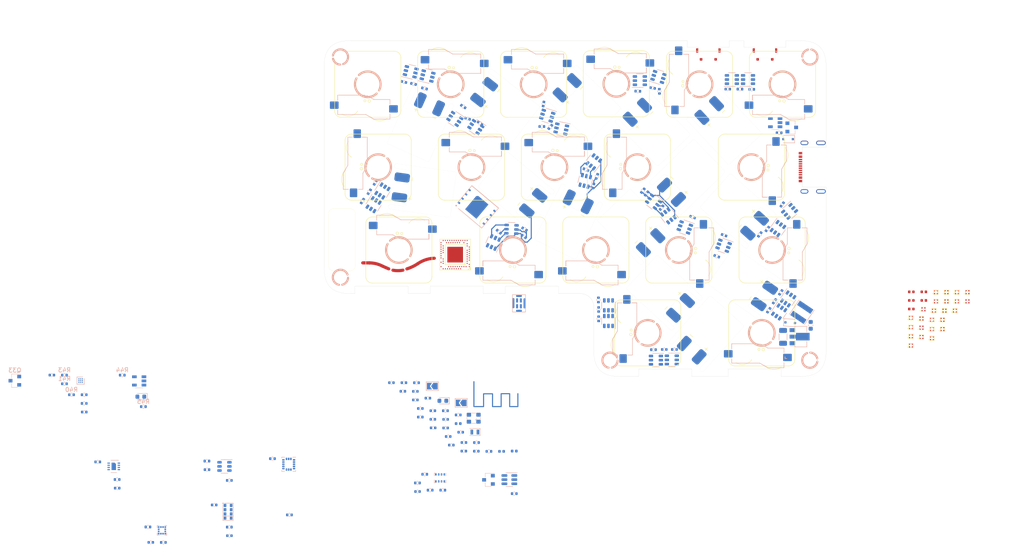
<source format=kicad_pcb>
(kicad_pcb (version 20211014) (generator pcbnew)
  (layers (0 "F.Cu" signal) (1 "In1.Cu" signal) (2 "In2.Cu" signal) (31 "B.Cu" signal) (34 "B.Paste" user) (35 "F.Paste" user) (36 "B.SilkS" user "B.Silkscreen") (37 "F.SilkS" user "F.Silkscreen") (38 "B.Mask" user) (39 "F.Mask" user) (44 "Edge.Cuts" user))
  (net 0 "")
  (net 1 "B1-")
  (net 2 "B+")
  (net 3 "B2-")
  (net 4 "B3-")
  (net 5 "B4-")
  (net 6 "B6-")
  (net 7 "B7-")
  (net 8 "B8-")
  (net 9 "B10-")
  (net 10 "B11-")
  (net 11 "B12-")
  (net 12 "GND")
  (net 13 "/MCU/RESET PIN")
  (net 16 "Net-(AE1-Pad1)")
  (net 17 "/MCU/P0.29")
  (net 18 "/MCU/P0.02")
  (net 19 "/MCU/P1.15")
  (net 20 "/MCU/P1.13")
  (net 21 "/MCU/P0.25")
  (net 22 "/MCU/P0.13")
  (net 23 "/MCU/P0.15")
  (net 24 "/MCU/P0.24")
  (net 25 "/MCU/P0.30")
  (net 26 "/MCU/P0.28")
  (net 27 "/MCU/P0.03")
  (net 28 "/MCU/P1.14")
  (net 29 "/MCU/P0.10")
  (net 30 "/MCU/P0.06")
  (net 31 "/MCU/P0.09")
  (net 32 "/MCU/P1.06")
  (net 33 "/MCU/P1.04")
  (net 34 "/MCU/P1.03")
  (net 35 "B5-")
  (net 36 "B9-")
  (net 37 "Net-(C1-Pad1)")
  (net 38 "Net-(C2-Pad1)")
  (net 39 "Net-(C3-Pad1)")
  (net 40 "Net-(C4-Pad1)")
  (net 41 "Net-(C5-Pad1)")
  (net 42 "Net-(C6-Pad1)")
  (net 43 "Net-(C7-Pad1)")
  (net 44 "Net-(C8-Pad1)")
  (net 45 "Net-(C9-Pad1)")
  (net 46 "Net-(C10-Pad1)")
  (net 47 "Net-(C11-Pad1)")
  (net 48 "Net-(C12-Pad1)")
  (net 49 "/LEDLane/Led_Vin")
  (net 50 "VBUS")
  (net 51 "B14-")
  (net 52 "B13-")
  (net 53 "SCL")
  (net 54 "Net-(C13-Pad1)")
  (net 55 "Net-(C14-Pad1)")
  (net 56 "Net-(C22-Pad1)")
  (net 57 "Net-(C23-Pad1)")
  (net 58 "Net-(C34-Pad2)")
  (net 59 "Net-(C26-Pad2)")
  (net 60 "Net-(C36-Pad2)")
  (net 61 "Net-(C27-Pad2)")
  (net 62 "/Filter&Reg/VBAT")
  (net 63 "Net-(C29-Pad1)")
  (net 64 "Net-(D1-Pad1)")
  (net 65 "Net-(D2-Pad1)")
  (net 66 "Net-(D2-Pad2)")
  (net 67 "Net-(D3-Pad2)")
  (net 68 "Net-(D4-Pad1)")
  (net 69 "CC1")
  (net 70 "Net-(J1-PadA6)")
  (net 71 "Net-(J1-PadA7)")
  (net 72 "CC2")
  (net 74 "Net-(JP1-Pad1)")
  (net 75 "Net-(JP1-Pad2)")
  (net 76 "Net-(JP2-Pad1)")
  (net 77 "Net-(L1-Pad2)")
  (net 78 "Net-(L2-Pad2)")
  (net 79 "Net-(Q2-Pad1)")
  (net 81 "GND1")
  (net 82 "Net-(Q11-Pad3)")
  (net 84 "Net-(Q11-Pad1)")
  (net 86 "Net-(Q12-Pad3)")
  (net 88 "Net-(Q12-Pad1)")
  (net 90 "Net-(Q13-Pad3)")
  (net 92 "Net-(Q13-Pad1)")
  (net 94 "Net-(Q14-Pad3)")
  (net 96 "Net-(Q14-Pad1)")
  (net 98 "Net-(Q15-Pad3)")
  (net 100 "Net-(Q15-Pad1)")
  (net 102 "Net-(Q16-Pad3)")
  (net 104 "Net-(Q16-Pad1)")
  (net 106 "Net-(Q17-Pad3)")
  (net 108 "Net-(Q17-Pad1)")
  (net 110 "Net-(Q10-Pad4)")
  (net 112 "Net-(Q10-Pad6)")
  (net 113 "Net-(Q11-Pad2)")
  (net 115 "Net-(Q12-Pad2)")
  (net 117 "Net-(Q13-Pad2)")
  (net 119 "Net-(Q14-Pad2)")
  (net 121 "Net-(Q15-Pad2)")
  (net 123 "Net-(Q16-Pad2)")
  (net 125 "Net-(Q17-Pad2)")
  (net 127 "Net-(Q18-Pad2)")
  (net 130 "Net-(Q19-Pad4)")
  (net 132 "Net-(Q19-Pad6)")
  (net 134 "Net-(Q20-Pad4)")
  (net 136 "Net-(Q20-Pad6)")
  (net 138 "Net-(Q21-Pad4)")
  (net 140 "Net-(Q21-Pad6)")
  (net 142 "Net-(Q22-Pad4)")
  (net 144 "Net-(Q22-Pad6)")
  (net 145 "Net-(Q23-Pad2)")
  (net 147 "Net-(Q24-Pad2)")
  (net 149 "Net-(Q25-Pad2)")
  (net 151 "Net-(Q26-Pad2)")
  (net 153 "/ExtVcc/GND_EN")
  (net 154 "/LEDLane/Led_Ground")
  (net 155 "/MCU/BatOffPin")
  (net 156 "SDA")
  (net 157 "/FuelGauge/BatteryPin")
  (net 158 "Net-(C35-Pad2)")
  (net 159 "Net-(C37-Pad2)")
  (net 160 "Net-(C38-Pad1)")
  (net 161 "Net-(C39-Pad2)")
  (net 162 "/Gyro/Gyro_Interupt")
  (net 163 "/BAROMETRIC/CSB")
  (net 164 "/BAROMETRIC/SDO")
  (net 165 "/LIGHT/APDS_IRQ")
  (net 168 "Net-(U2-Pad3)")
  (net 170 "Net-(U4-Pad4)")
  (net 171 "Net-(U5-Pad4)")
  (net 172 "Net-(U6-Pad4)")
  (net 173 "Net-(U7-Pad4)")
  (net 174 "Net-(U8-Pad4)")
  (net 175 "Net-(U10-Pad1)")
  (net 176 "Net-(U10-Pad4)")
  (net 177 "Net-(U11-Pad4)")
  (net 178 "Net-(U12-Pad4)")
  (net 179 "Net-(U13-Pad4)")
  (net 180 "Net-(U14-Pad4)")
  (net 181 "Net-(U15-Pad4)")
  (net 182 "Net-(U16-Pad4)")
  (net 183 "Net-(U17-Pad4)")
  (net 184 "Net-(U18-Pad4)")
  (net 185 "Net-(U19-Pad4)")
  (net 186 "Net-(U20-Pad4)")
  (net 187 "Net-(U21-Pad4)")
  (net 188 "Net-(U22-Pad4)")
  (net 189 "Net-(U23-Pad4)")
  (net 190 "Net-(U24-Pad4)")
  (net 191 "Net-(U25-Pad4)")
  (net 192 "Net-(U26-Pad4)")
  (net 193 "/LEDLane/DIN")
  (net 194 "/MCU/D+")
  (net 195 "/MCU/D-")
  (net 196 "/MCU/P0.31")
  (net 198 "/MCU/SWC")
  (net 199 "DCCH")
  (net 200 "/MCU/P0.14")
  (net 201 "/MCU/P0.16")
  (net 202 "/FLASH/QSPI_SCK")
  (net 203 "/FLASH/QSPI_DATA3")
  (net 204 "/FLASH/QSPI_DATA2")
  (net 205 "/MCU/SWD")
  (net 206 "/FLASH/QSPI_DATA0")
  (net 207 "/FLASH/QSPI_CS")
  (net 208 "/FLASH/QSPI_DATA1")
  (net 209 "/MCU/P1.12")
  (net 210 "/MCU/PDM_DAT")
  (net 211 "/MCU/PDM_CLK")
  (net 212 "PROG")
  (net 213 "/MCU/P0.07")
  (net 214 "/MCU/P0.08")
  (net 215 "/MCU/P1.07")
  (net 216 "/MCU/P0.05")
  (net 220 "Net-(U37-Pad3)")
  (net 224 "Net-(C41-Pad2)")
  (net 225 "Net-(C49-Pad1)")
  (net 227 "Net-(Q27-Pad4)")
  (net 229 "Net-(Q27-Pad6)")
  (net 231 "Net-(Q28-Pad4)")
  (net 233 "Net-(Q28-Pad6)")
  (net 234 "Net-(Q30-Pad2)")
  (net 236 "Net-(Q31-Pad2)")
  (net 238 "Net-(R43-Pad1)")
  (net 239 "Net-(R43-Pad2)")
  (net 240 "Net-(R44-Pad2)")
  (net 241 "Net-(R45-Pad1)")
  (net 242 "/BAROMETRIC/NRF_VDD")
  (footprint "Library:BatteryV2" (layer "F.Cu") (at 177.918309 88.578937 -136)
    (fp_text reference "B6" hide)
    (fp_text value "Battery")
    (fp_line (start 10.35 13.65) (end 10.35 0.2) (layer "Edge.Cuts") (width 0.01))
    (fp_line (start 9.95 -0.2) (end 0.2 -0.2) (layer "Edge.Cuts") (width 0.01))
    (fp_line (start 9.25 10.600002) (end 9.25 13.65) (layer "Edge.Cuts") (width 0.01))
    (fp_line (start 0.9 13.65) (end 0.900002 10.6) (layer "Edge.Cuts") (width 0.01))
    (fp_line (start -0.2 0.2) (end -0.2 13.65) (layer "Edge.Cuts") (width 0.01))
    (fp_line (start 8.85 10.200002) (end 1.300002 10.2) (layer "Edge.Cuts") (width 0.01))
    (fp_arc (start 0.9 13.65) (mid 0.35 14.2) (end -0.2 13.65) (layer "Edge.Cuts") (width 0.01))
    (fp_arc (start 0.900002 10.6) (mid 1.01716 10.317158) (end 1.300002 10.2) (layer "Edge.Cuts") (width 0.01))
    (fp_arc (start 8.85 10.200002) (mid 9.132842 10.31716) (end 9.25 10.600002) (layer "Edge.Cuts") (width 0.01))
    (fp_arc (start 9.95 -0.2) (mid 10.232843 -0.082843) (end 10.35 0.2) (layer "Edge.Cuts") (width 0.01))
    (fp_arc (start -0.2 0.2) (mid -0.082842 -0.082843) (end 0.2 -0.2) (layer "Edge.Cuts") (width 0.01))
    (fp_arc (start 10.35 13.65) (mid 9.8 14.2) (end 9.25 13.65) (layer "Edge.Cuts") (width 0.01))
  )
  (footprint "Library:GateronHotswap" (layer "F.Cu") (at 194.5125 134.188524)
    (fp_text reference "REF**" hide)
    (fp_text value "GateronHotswap")
  )
  (footprint "Library:Led-ARGB" (layer "F.Cu") (at 233.596428 131.19)
    (fp_text reference "U10" hide)
    (fp_text value "WS2812B_-_1010")
  )
  (footprint "Library:GateronHotswap" (layer "F.Cu") (at 104.025 77.038524)
    (fp_text reference "REF**" hide)
    (fp_text value "GateronHotswap")
  )
  (footprint "" (layer "F.Cu") (at 97.75 70.763524)
    (fp_text reference "")
    (fp_text value "")
  )
  (footprint "" (layer "F.Cu") (at 205.54995 70.763514 -90)
    (fp_text reference "")
    (fp_text value "")
  )
  (footprint "Library:Led-ARGB" (layer "F.Cu") (at 233.596428 133.31)
    (fp_text reference "U7" hide)
    (fp_text value "WS2812B_-_1010")
  )
  (footprint "Library:USB-C_C168688" (layer "F.Cu") (at 203.802725 96.088524 -90)
    (fp_text reference "J1" hide)
    (fp_text value "USB-C USB 2.0 MC-372")
  )
  (footprint "Library:BatteryV2" (layer "F.Cu") (at 194.340207 88.380839 -137)
    (fp_text reference "B1" hide)
    (fp_text value "Battery")
    (fp_line (start 8.85 10.200002) (end 1.300002 10.2) (layer "Edge.Cuts") (width 0.01))
    (fp_line (start 10.35 13.65) (end 10.35 0.2) (layer "Edge.Cuts") (width 0.01))
    (fp_line (start 0.9 13.65) (end 0.900002 10.6) (layer "Edge.Cuts") (width 0.01))
    (fp_line (start -0.2 0.2) (end -0.2 13.65) (layer "Edge.Cuts") (width 0.01))
    (fp_line (start 9.25 10.600002) (end 9.25 13.65) (layer "Edge.Cuts") (width 0.01))
    (fp_line (start 9.95 -0.2) (end 0.2 -0.2) (layer "Edge.Cuts") (width 0.01))
    (fp_arc (start 8.85 10.200002) (mid 9.132842 10.31716) (end 9.25 10.600002) (layer "Edge.Cuts") (width 0.01))
    (fp_arc (start 0.900002 10.6) (mid 1.01716 10.317158) (end 1.300002 10.2) (layer "Edge.Cuts") (width 0.01))
    (fp_arc (start 9.95 -0.2) (mid 10.232843 -0.082843) (end 10.35 0.2) (layer "Edge.Cuts") (width 0.01))
    (fp_arc (start 0.9 13.65) (mid 0.35 14.2) (end -0.2 13.65) (layer "Edge.Cuts") (width 0.01))
    (fp_arc (start 10.35 13.65) (mid 9.8 14.2) (end 9.25 13.65) (layer "Edge.Cuts") (width 0.01))
    (fp_arc (start -0.2 0.2) (mid -0.082842 -0.082842) (end 0.2 -0.2) (layer "Edge.Cuts") (width 0.01))
  )
  (footprint "Library:Led-ARGB" (layer "F.Cu") (at 236.926428 126.95)
    (fp_text reference "U12" hide)
    (fp_text value "WS2812B_-_1010")
  )
  (footprint "Library:Led-ARGB" (layer "F.Cu") (at 228.776428 134.98)
    (fp_text reference "U16" hide)
    (fp_text value "WS2812B_-_1010")
  )
  (footprint "Library:Led-ARGB" (layer "F.Cu") (at 238.876428 129.07)
    (fp_text reference "U5" hide)
    (fp_text value "WS2812B_-_1010")
  )
  (footprint "Library:GateronHotswap" (layer "F.Cu") (at 146.8875 96.088524 180)
    (fp_text reference "REF**" hide)
    (fp_text value "GateronHotswap")
  )
  (footprint "Library:GateronHotswap" (layer "F.Cu") (at 142.125 77.038524 180)
    (fp_text reference "REF**" hide)
    (fp_text value "GateronHotswap")
  )
  (footprint "Library:AQFN-73-1EP_7x7mm_P0.5mm_NRF52840-custom" (layer "F.Cu") (at 124.1 116.2 180)
    (fp_text reference "U30" hide)
    (fp_text value "nRF52840_aQFN73")
  )
  (footprint "Library:Button" (layer "F.Cu") (at 182.245953 71.013525)
    (fp_text reference "U1" hide)
    (fp_text value "Button")
    (fp_line (start -2.32 0) (end -2.32 -2.25) (layer "Edge.Cuts") (width 0.01))
    (fp_line (start 2.32 0) (end -2.32 0) (layer "Edge.Cuts") (width 0.01))
    (fp_line (start 2.32 0) (end 2.32 -2.25) (layer "Edge.Cuts") (width 0.01))
  )
  (footprint "Library:Led-ARGB" (layer "F.Cu") (at 228.776428 130.74)
    (fp_text reference "U20" hide)
    (fp_text value "WS2812B_-_1010")
  )
  (footprint "Library:GateronHotswap" (layer "F.Cu") (at 199.275 77.038524)
    (fp_text reference "REF**" hide)
    (fp_text value "GateronHotswap")
  )
  (footprint "Library:Led-ARGB" (layer "F.Cu") (at 236.466428 129.07)
    (fp_text reference "U21" hide)
    (fp_text value "WS2812B_-_1010")
  )
  (footprint "Capacitor_SMD:C_0402_1005Metric" (layer "F.Cu") (at 231.731428 126.725)
    (fp_text reference "C18" hide)
    (fp_text value "100nF")
  )
  (footprint "Library:BatteryV2" (layer "F.Cu") (at 180.55 105.3 48)
    (fp_text reference "B7" hide)
    (fp_text value "Battery")
    (fp_line (start -0.2 0.2) (end -0.2 13.65) (layer "Edge.Cuts") (width 0.01))
    (fp_line (start 9.95 -0.2) (end 0.2 -0.2) (layer "Edge.Cuts") (width 0.01))
    (fp_line (start 0.9 13.65) (end 0.900002 10.6) (layer "Edge.Cuts") (width 0.01))
    (fp_line (start 8.85 10.200002) (end 1.300002 10.2) (layer "Edge.Cuts") (width 0.01))
    (fp_line (start 10.35 13.65) (end 10.35 0.2) (layer "Edge.Cuts") (width 0.01))
    (fp_line (start 9.25 10.600002) (end 9.25 13.65) (layer "Edge.Cuts") (width 0.01))
    (fp_arc (start 0.900002 10.6) (mid 1.01716 10.317158) (end 1.300002 10.2) (layer "Edge.Cuts") (width 0.01))
    (fp_arc (start 8.85 10.200002) (mid 9.132842 10.31716) (end 9.25 10.600002) (layer "Edge.Cuts") (width 0.01))
    (fp_arc (start 9.95 -0.2) (mid 10.232843 -0.082843) (end 10.35 0.2) (layer "Edge.Cuts") (width 0.01))
    (fp_arc (start 0.9 13.65) (mid 0.35 14.2) (end -0.2 13.65) (layer "Edge.Cuts") (width 0.01))
    (fp_arc (start -0.2 0.2) (mid -0.082842 -0.082842) (end 0.2 -0.2) (layer "Edge.Cuts") (width 0.01))
    (fp_arc (start 10.35 13.65) (mid 9.8 14.2) (end 9.25 13.65) (layer "Edge.Cuts") (width 0.01))
  )
  (footprint "Library:Led-ARGB" (layer "F.Cu") (at 234.516428 124.83)
    (fp_text reference "U23" hide)
    (fp_text value "WS2812B_-_1010")
  )
  (footprint "Library:GateronHotswap" (layer "F.Cu") (at 168.31875 134.188524 -90)
    (fp_text reference "REF**" hide)
    (fp_text value "GateronHotswap")
  )
  (footprint "Library:BatteryV2" (layer "F.Cu") (at 182.681534 125.846797 -42)
    (fp_text reference "B11" hide)
    (fp_text value "Battery")
    (fp_line (start 8.85 10.200002) (end 1.300002 10.2) (layer "Edge.Cuts") (width 0.01))
    (fp_line (start 9.95 -0.2) (end 0.2 -0.2) (layer "Edge.Cuts") (width 0.01))
    (fp_line (start 9.25 10.600002) (end 9.25 13.65) (layer "Edge.Cuts") (width 0.01))
    (fp_line (start 10.35 13.65) (end 10.35 0.2) (layer "Edge.Cuts") (width 0.01))
    (fp_line (start -0.2 0.2) (end -0.2 13.65) (layer "Edge.Cuts") (width 0.01))
    (fp_line (start 0.9 13.65) (end 0.900002 10.6) (layer "Edge.Cuts") (width 0.01))
    (fp_arc (start -0.2 0.2) (mid -0.082842 -0.082842) (end 0.2 -0.2) (layer "Edge.Cuts") (width 0.01))
    (fp_arc (start 9.95 -0.2) (mid 10.232843 -0.082843) (end 10.35 0.2) (layer "Edge.Cuts") (width 0.01))
    (fp_arc (start 0.9 13.65) (mid 0.35 14.2) (end -0.2 13.65) (layer "Edge.Cuts") (width 0.01))
    (fp_arc (start 10.35 13.65) (mid 9.8 14.2) (end 9.25 13.65) (layer "Edge.Cuts") (width 0.01))
    (fp_arc (start 8.85 10.200002) (mid 9.132842 10.31716) (end 9.25 10.600002) (layer "Edge.Cuts") (width 0.01))
    (fp_arc (start 0.900002 10.6) (mid 1.01716 10.317158) (end 1.300002 10.2) (layer "Edge.Cuts") (width 0.01))
  )
  (footprint "Library:Led-ARGB" (layer "F.Cu") (at 231.186428 133.01)
    (fp_text reference "U6" hide)
    (fp_text value "WS2812B_-_1010")
  )
  (footprint "Library:BatteryV2" (layer "F.Cu") (at 124.193029 97.388894 -98)
    (fp_text reference "B13" hide)
    (fp_text value "Battery")
    (fp_line (start 9.25 10.600002) (end 9.25 13.65) (layer "Edge.Cuts") (width 0.01))
    (fp_line (start 0.9 13.65) (end 0.900002 10.6) (layer "Edge.Cuts") (width 0.01))
    (fp_line (start 10.35 13.65) (end 10.35 0.2) (layer "Edge.Cuts") (width 0.01))
    (fp_line (start 8.85 10.200002) (end 1.300002 10.2) (layer "Edge.Cuts") (width 0.01))
    (fp_line (start 9.95 -0.2) (end 0.2 -0.2) (layer "Edge.Cuts") (width 0.01))
    (fp_line (start -0.2 0.2) (end -0.2 13.65) (layer "Edge.Cuts") (width 0.01))
    (fp_arc (start -0.2 0.2) (mid -0.082842 -0.082842) (end 0.2 -0.2) (layer "Edge.Cuts") (width 0.01))
    (fp_arc (start 0.900002 10.6) (mid 1.01716 10.317158) (end 1.300002 10.2) (layer "Edge.Cuts") (width 0.01))
    (fp_arc (start 10.35 13.65) (mid 9.799999 14.2) (end 9.25 13.65) (layer "Edge.Cuts") (width 0.01))
    (fp_arc (start 8.85 10.200002) (mid 9.132842 10.31716) (end 9.25 10.600002) (layer "Edge.Cuts") (width 0.01))
    (fp_arc (start 9.95 -0.2) (mid 10.232842 -0.082842) (end 10.35 0.2) (layer "Edge.Cuts") (width 0.01))
    (fp_arc (start 0.9 13.65) (mid 0.35 14.2) (end -0.2 13.65) (layer "Edge.Cuts") (width 0.01))
  )
  (footprint "Capacitor_SMD:C_0402_1005Metric" (layer "F.Cu") (at 228.861428 126.725)
    (fp_text reference "C20" hide)
    (fp_text value "100nF")
  )
  (footprint "Library:GateronHotswap" (layer "F.Cu") (at 196.893751 115.138524 90)
    (fp_text reference "REF**" hide)
    (fp_text value "GateronHotswap")
  )
  (footprint "Library:Led-ARGB" (layer "F.Cu") (at 234.056428 129.07)
    (fp_text reference "U17" hide)
    (fp_text value "WS2812B_-_1010")
  )
  (footprint "Library:Led-ARGB" (layer "F.Cu") (at 231.646428 128.77)
    (fp_text reference "U27" hide)
    (fp_text value "WS2812B_-_1010")
  )
  (footprint "Library:GateronHotswap" (layer "F.Cu") (at 137.3625 115.138524)
    (fp_text reference "REF**" hide)
    (fp_text value "GateronHotswap")
  )
  (footprint "Library:ConicCorner" (layer "F.Cu") (at 207.299949 67.013524)
    (fp_text reference "REF**" hide)
    (fp_text value "ConicCorner" hide)
    (fp_line (start 0.685007 1.565378) (end 0.56 1.44) (layer "Edge.Cuts") (width 0.03))
    (fp_line (start -3.109557 0.029585) (end -3.326097 0.014735) (layer "Edge.Cuts") (width 0.03))
    (fp_line (start -2.476649 0.094994) (end -2.684833 0.069714) (layer "Edge.Cuts") (width 0.03))
    (fp_line (start 0.685007 1.565378) (end 0.803113 1.697657) (layer "Edge.Cuts") (width 0.03))
    (fp_line (start 1.589742 3.127744) (end 1.650704 3.30803) (layer "Edge.Cuts") (width 0.03))
    (fp_line (start -0.608282 0.620207) (end -0.77787 0.545713) (layer "Edge.Cuts") (width 0.03))
    (fp_line (start 0.434993 1.314622) (end 0.302343 1.196887) (layer "Edge.Cuts") (width 0.03))
    (fp_line (start 0.434993 1.314622) (end 0.56 1.44) (layer "Edge.Cuts") (width 0.03))
    (fp_line (start -1.127744 0.410258) (end -1.30803 0.349296) (layer "Edge.Cuts") (width 0.03))
    (fp_line (start 1.905006 4.476649) (end 1.930286 4.684833) (layer "Edge.Cuts") (width 0.03))
    (fp_line (start 1.970415 5.109557) (end 1.985265 5.326097) (layer "Edge.Cuts") (width 0.03))
    (fp_line (start 1.38 2.61) (end 1.454287 2.77787) (layer "Edge.Cuts") (width 0.03))
    (fp_curve (pts (xy 1.113416 2.13435) (xy 1.209506 2.286225) (xy 1.298275 2.444307) (xy 1.379793 2.608282)) (layer "Edge.Cuts") (width 0.03))
    (fp_curve (pts (xy -4 0) (xy -3.771346 0) (xy -3.546712 0.004911) (xy -3.326097 0.014735)) (layer "Edge.Cuts") (width 0.03))
    (fp_curve (pts (xy -0.608282 0.620207) (xy -0.444307 0.701725) (xy -0.286225 0.790494) (xy -0.13435 0.886584)) (layer "Edge.Cuts") (width 0.03))
    (fp_curve (pts (xy 1.650704 3.30803) (xy 1.705157 3.493399) (xy 1.753391 3.683603) (xy 1.795683 3.87844)) (layer "Edge.Cuts") (width 0.03))
    (fp_curve (pts (xy 1.985265 5.326097) (xy 1.995089 5.546712) (xy 2 5.771346) (xy 2 6)) (layer "Edge.Cuts") (width 0.03))
    (fp_curve (pts (xy 1.795683 3.87844) (xy 1.837975 4.073277) (xy 1.874324 4.272747) (xy 1.905006 4.476649)) (layer "Edge.Cuts") (width 0.03))
    (fp_curve (pts (xy -0.13435 0.886584) (xy 0.017526 0.982674) (xy 0.163194 1.086085) (xy 0.302343 1.196887)) (layer "Edge.Cuts") (width 0.03))
    (fp_curve (pts (xy 0.803113 1.697657) (xy 0.913915 1.836806) (xy 1.017326 1.982474) (xy 1.113416 2.13435)) (layer "Edge.Cuts") (width 0.03))
    (fp_curve (pts (xy 1.454287 2.77787) (xy 1.522015 2.952807) (xy 1.522015 2.952807) (xy 1.589742 3.127744)) (layer "Edge.Cuts") (width 0.03))
    (fp_curve (pts (xy -1.127744 0.410258) (xy -0.952807 0.477985) (xy -0.952807 0.477985) (xy -0.77787 0.545713)) (layer "Edge.Cuts") (width 0.03))
    (fp_curve (pts (xy -2.476649 0.094994) (xy -2.272747 0.125676) (xy -2.073277 0.162025) (xy -1.87844 0.204317)) (layer "Edge.Cuts") (width 0.03))
    (fp_curve (pts (xy 1.930286 4.684833) (xy 1.95035 4.897195) (xy 1.95035 4.897195) (xy 1.970415 5.109557)) (layer "Edge.Cuts") (width 0.03))
    (fp_curve (pts (xy -3.109557 0.029585) (xy -2.897195 0.04965) (xy -2.897195 0.04965) (xy -2.684833 0.069714)) (layer "Edge.Cuts") (width 0.03))
    (fp_curve (pts (xy -1.87844 0.204317) (xy -1.683603 0.246609) (xy -1.493399 0.294843) (xy -1.30803 0.349296)) (layer "Edge.Cuts") (width 0.03))
  )
  (footprint "Library:Led-ARGB" (layer "F.Cu") (at 241.746428 124.83)
    (fp_text reference "U13" hide)
    (fp_text value "WS2812B_-_1010")
  )
  (footprint "Library:Led-ARGB" (layer "F.Cu") (at 231.186428 135.13)
    (fp_text reference "U9" hide)
    (fp_text value "WS2812B_-_1010")
  )
  (footprint "Library:Led-ARGB" (layer "F.Cu") (at 236.926428 124.83)
    (fp_text reference "U22" hide)
    (fp_text value "WS2812B_-_1010")
  )
  (footprint "Library:BatteryV2" (layer "F.Cu") (at 129.575 100.525 50)
    (fp_text reference "B14" hide)
    (fp_text value "Battery")
    (fp_line (start 9.25 10.600002) (end 9.25 13.65) (layer "Edge.Cuts") (width 0.01))
    (fp_line (start 8.85 10.200002) (end 1.300002 10.2) (layer "Edge.Cuts") (width 0.01))
    (fp_line (start 0.9 13.65) (end 0.900002 10.6) (layer "Edge.Cuts") (width 0.01))
    (fp_line (start -0.2 0.2) (end -0.2 13.65) (layer "Edge.Cuts") (width 0.01))
    (fp_line (start 9.95 -0.2) (end 0.2 -0.2) (layer "Edge.Cuts") (width 0.01))
    (fp_line (start 10.35 13.65) (end 10.35 0.2) (layer "Edge.Cuts") (width 0.01))
    (fp_arc (start 10.35 13.65) (mid 9.8 14.2) (end 9.25 13.65) (layer "Edge.Cuts") (width 0.01))
    (fp_arc (start 0.9 13.65) (mid 0.35 14.2) (end -0.2 13.65) (layer "Edge.Cuts") (width 0.01))
    (fp_arc (start -0.2 0.2) (mid -0.082842 -0.082842) (end 0.2 -0.2) (layer "Edge.Cuts") (width 0.01))
    (fp_arc (start 8.85 10.200002) (mid 9.132843 10.31716) (end 9.25 10.600002) (layer "Edge.Cuts") (width 0.01))
    (fp_arc (start 0.900002 10.6) (mid 1.01716 10.317158) (end 1.300002 10.2) (layer "Edge.Cuts") (width 0.01))
    (fp_arc (start 9.95 -0.2) (mid 10.232842 -0.082842) (end 10.35 0.2) (layer "Edge.Cuts") (width 0.01))
  )
  (footprint "Capacitor_SMD:C_0402_1005Metric" (layer "F.Cu") (at 228.861428 124.755)
    (fp_text reference "C17" hide)
    (fp_text value "100nF")
  )
  (footprint "" (layer "F.Cu") (at 205.549957 140.463525 180)
    (fp_text reference "")
    (fp_text value "")
  )
  (footprint "Library:BatteryV2" (layer "F.Cu") (at 178.878938 89.881692 -46)
    (fp_text reference "B5" hide)
    (fp_text value "Battery")
    (fp_line (start 9.95 -0.2) (end 0.2 -0.2) (layer "Edge.Cuts") (width 0.01))
    (fp_line (start 9.25 10.600002) (end 9.25 13.65) (layer "Edge.Cuts") (width 0.01))
    (fp_line (start -0.2 0.2) (end -0.2 13.65) (layer "Edge.Cuts") (width 0.01))
    (fp_line (start 10.35 13.65) (end 10.35 0.2) (layer "Edge.Cuts") (width 0.01))
    (fp_line (start 0.9 13.65) (end 0.900002 10.6) (layer "Edge.Cuts") (width 0.01))
    (fp_line (start 8.85 10.200002) (end 1.300002 10.2) (layer "Edge.Cuts") (width 0.01))
    (fp_arc (start 9.95 -0.2) (mid 10.232842 -0.082842) (end 10.35 0.2) (layer "Edge.Cuts") (width 0.01))
    (fp_arc (start 0.9 13.65) (mid 0.35 14.2) (end -0.2 13.65) (layer "Edge.Cuts") (width 0.01))
    (fp_arc (start 0.900002 10.6) (mid 1.01716 10.317158) (end 1.300002 10.2) (layer "Edge.Cuts") (width 0.01))
    (fp_arc (start -0.2 0.2) (mid -0.082842 -0.082843) (end 0.2 -0.2) (layer "Edge.Cuts") (width 0.01))
    (fp_arc (start 8.85 10.200002) (mid 9.132842 10.31716) (end 9.25 10.600002) (layer "Edge.Cuts") (width 0.01))
    (fp_arc (start 10.35 13.65) (mid 9.8 14.2) (end 9.25 13.65) (layer "Edge.Cuts") (width 0.01))
  )
  (footprint "Library:Led-ARGB" (layer "F.Cu") (at 236.006428 133.31)
    (fp_text reference "U24" hide)
    (fp_text value "WS2812B_-_1010")
  )
  (footprint "Library:BatteryV2" (layer "F.Cu") (at 117.952058 94.664884 156)
    (fp_text reference "B2" hide)
    (fp_text value "Battery")
    (fp_line (start -0.2 0.2) (end -0.2 13.65) (layer "Edge.Cuts") (width 0.01))
    (fp_line (start 9.25 10.600002) (end 9.25 13.65) (layer "Edge.Cuts") (width 0.01))
    (fp_line (start 8.85 10.200002) (end 1.300002 10.2) (layer "Edge.Cuts") (width 0.01))
    (fp_line (start 0.9 13.65) (end 0.900002 10.6) (layer "Edge.Cuts") (width 0.01))
    (fp_line (start 9.95 -0.2) (end 0.2 -0.2) (layer "Edge.Cuts") (width 0.01))
    (fp_line (start 10.35 13.65) (end 10.35 0.2) (layer "Edge.Cuts") (width 0.01))
    (fp_arc (start 10.35 13.65) (mid 9.8 14.2) (end 9.25 13.65) (layer "Edge.Cuts") (width 0.01))
    (fp_arc (start 0.9 13.65) (mid 0.35 14.2) (end -0.2 13.65) (layer "Edge.Cuts") (width 0.01))
    (fp_arc (start 8.85 10.200002) (mid 9.132843 10.31716) (end 9.25 10.600002) (layer "Edge.Cuts") (width 0.01))
    (fp_arc (start 9.95 -0.2) (mid 10.232843 -0.082843) (end 10.35 0.2) (layer "Edge.Cuts") (width 0.01))
    (fp_arc (start 0.900002 10.6) (mid 1.01716 10.317158) (end 1.300002 10.2) (layer "Edge.Cuts") (width 0.01))
    (fp_arc (start -0.2 0.2) (mid -0.082842 -0.082842) (end 0.2 -0.2) (layer "Edge.Cuts") (width 0.01))
  )
  (footprint "Library:BatteryV2" (layer "F.Cu") (at 151.656124 117.070582 154)
    (fp_text reference "B9" hide)
    (fp_text value "Battery")
    (fp_line (start -0.2 0.2) (end -0.2 13.65) (layer "Edge.Cuts") (width 0.01))
    (fp_line (start 9.95 -0.2) (end 0.2 -0.2) (layer "Edge.Cuts") (width 0.01))
    (fp_line (start 0.9 13.65) (end 0.900002 10.6) (layer "Edge.Cuts") (width 0.01))
    (fp_line (start 8.85 10.200002) (end 1.300002 10.2) (layer "Edge.Cuts") (width 0.01))
    (fp_line (start 10.35 13.65) (end 10.35 0.2) (layer "Edge.Cuts") (width 0.01))
    (fp_line (start 9.25 10.600002) (end 9.25 13.65) (layer "Edge.Cuts") (width 0.01))
    (fp_arc (start -0.2 0.2) (mid -0.082842 -0.082842) (end 0.2 -0.2) (layer "Edge.Cuts") (width 0.01))
    (fp_arc (start 0.900002 10.6) (mid 1.01716 10.317158) (end 1.300002 10.2) (layer "Edge.Cuts") (width 0.01))
    (fp_arc (start 8.85 10.200002) (mid 9.132842 10.31716) (end 9.25 10.600002) (layer "Edge.Cuts") (width 0.01))
    (fp_arc (start 9.95 -0.2) (mid 10.232842 -0.082842) (end 10.35 0.2) (layer "Edge.Cuts") (width 0.01))
    (fp_arc (start 0.9 13.65) (mid 0.35 14.2) (end -0.2 13.65) (layer "Edge.Cuts") (width 0.01))
    (fp_arc (start 10.35 13.65) (mid 9.8 14.2) (end 9.25 13.65) (layer "Edge.Cuts") (width 0.01))
  )
  (footprint "Capacitor_SMD:C_0402_1005Metric" (layer "F.Cu") (at 228.861428 128.695)
    (fp_text reference "C19" hide)
    (fp_text value "100nF")
  )
  (footprint "Library:GateronHotswap" (layer "F.Cu") (at 175.462499 115.138524 90)
    (fp_text reference "REF**" hide)
    (fp_text value "GateronHotswap")
  )
  (footprint "Library:ConicCorner" (layer "F.Cu") (at 157.9125 144.213524 180)
    (fp_text reference "REF**" hide)
    (fp_text value "ConicCorner" hide)
    (fp_line (start -2.476649 0.094994) (end -2.684833 0.069714) (layer "Edge.Cuts") (width 0.03))
    (fp_line (start 1.38 2.61) (end 1.454287 2.77787) (layer "Edge.Cuts") (width 0.03))
    (fp_line (start 0.434993 1.314622) (end 0.302343 1.196887) (layer "Edge.Cuts") (width 0.03))
    (fp_line (start 0.685007 1.565378) (end 0.56 1.44) (layer "Edge.Cuts") (width 0.03))
    (fp_line (start 1.905006 4.476649) (end 1.930286 4.684833) (layer "Edge.Cuts") (width 0.03))
    (fp_line (start -1.127744 0.410258) (end -1.30803 0.349296) (layer "Edge.Cuts") (width 0.03))
    (fp_line (start 0.685007 1.565378) (end 0.803113 1.697657) (layer "Edge.Cuts") (width 0.03))
    (fp_line (start 1.589742 3.127744) (end 1.650704 3.30803) (layer "Edge.Cuts") (width 0.03))
    (fp_line (start -3.109557 0.029585) (end -3.326097 0.014735) (layer "Edge.Cuts") (width 0.03))
    (fp_line (start -0.608282 0.620207) (end -0.77787 0.545713) (layer "Edge.Cuts") (width 0.03))
    (fp_line (start 0.434993 1.314622) (end 0.56 1.44) (layer "Edge.Cuts") (width 0.03))
    (fp_line (start 1.970415 5.109557) (end 1.985265 5.326097) (layer "Edge.Cuts") (width 0.03))
    (fp_curve (pts (xy 1.795683 3.87844) (xy 1.837975 4.073277) (xy 1.874324 4.272747) (xy 1.905006 4.476649)) (layer "Edge.Cuts") (width 0.03))
    (fp_curve (pts (xy -0.13435 0.886584) (xy 0.017526 0.982674) (xy 0.163194 1.086085) (xy 0.302343 1.196887)) (layer "Edge.Cuts") (width 0.03))
    (fp_curve (pts (xy -1.87844 0.204317) (xy -1.683603 0.246609) (xy -1.493399 0.294843) (xy -1.30803 0.349296)) (layer "Edge.Cuts") (width 0.03))
    (fp_curve (pts (xy 1.930286 4.684833) (xy 1.95035 4.897195) (xy 1.95035 4.897195) (xy 1.970415 5.109557)) (layer "Edge.Cuts") (width 0.03))
    (fp_curve (pts (xy -4 0) (xy -3.771346 0) (xy -3.546712 0.004911) (xy -3.326097 0.014735)) (layer "Edge.Cuts") (width 0.03))
    (fp_curve (pts (xy -3.109557 0.029585) (xy -2.897195 0.04965) (xy -2.897195 0.04965) (xy -2.684833 0.069714)) (layer "Edge.Cuts") (width 0.03))
    (fp_curve (pts (xy -1.127744 0.410258) (xy -0.952807 0.477985) (xy -0.952807 0.477985) (xy -0.77787 0.545713)) (layer "Edge.Cuts") (width 0.03))
    (fp_curve (pts (xy 1.113416 2.13435) (xy 1.209506 2.286225) (xy 1.298275 2.444307) (xy 1.379793 2.608282)) (layer "Edge.Cuts") (width 0.03))
    (fp_curve (pts (xy 1.650704 3.30803) (xy 1.705157 3.493399) (xy 1.753391 3.683603) (xy 1.795683 3.87844)) (layer "Edge.Cuts") (width 0.03))
    (fp_curve (pts (xy 0.803113 1.697657) (xy 0.913915 1.836806) (xy 1.017326 1.982474) (xy 1.113416 2.13435)) (layer "Edge.Cuts") (width 0.03))
    (fp_curve (pts (xy 1.454287 2.77787) (xy 1.522015 2.952807) (xy 1.522015 2.952807) (xy 1.589742 3.127744)) (layer "Edge.Cuts") (width 0.03))
    (fp_curve (pts (xy -2.476649 0.094994) (xy -2.272747 0.125676) (xy -2.073277 0.162025) (xy -1.87844 0.204317)) (layer "Edge.Cuts") (width 0.03))
    (fp_curve (pts (xy 1.985265 5.326097) (xy 1.995089 5.546712) (xy 2 5.771346) (xy 2 6)) (layer "Edge.Cuts") (width 0.03))
    (fp_curve (pts (xy -0.608282 0.620207) (xy -0.444307 0.701725) (xy -0.286225 0.790494) (xy -0.13435 0.886584)) (layer "Edge.Cuts") (width 0.03))
  )
  (footprint "Library:GateronHotswap" (layer "F.Cu") (at 123.075 77.038524 180)
    (fp_text reference "REF**" hide)
    (fp_text value "GateronHotswap")
  )
  (footprint "Library:Led-ARGB" (layer "F.Cu") (at 228.776428 137.1)
    (fp_text reference "U14" hide)
    (fp_text value "WS2812B_-_1010")
  )
  (footprint "Library:GateronHotswap" (layer "F.Cu") (at 165.9375 96.088524 -90)
    (fp_text reference "REF**" hide)
    (fp_text value "GateronHotswap")
  )
  (footprint "Library:BatteryV2" (layer "F.Cu") (at 182.396263 122.971617 55)
    (fp_text reference "B10" hide)
    (fp_text value "Battery")
    (fp_line (start 10.35 13.65) (end 10.35 0.2) (layer "Edge.Cuts") (width 0.01))
    (fp_line (start 9.25 10.600002) (end 9.25 13.65) (layer "Edge.Cuts") (width 0.01))
    (fp_line (start 0.9 13.65) (end 0.900002 10.6) (layer "Edge.Cuts") (width 0.01))
    (fp_line (start -0.2 0.2) (end -0.2 13.65) (layer "Edge.Cuts") (width 0.01))
    (fp_line (start 9.95 -0.2) (end 0.2 -0.2) (layer "Edge.Cuts") (width 0.01))
    (fp_line (start 8.85 10.200002) (end 1.300002 10.2) (layer "Edge.Cuts") (width 0.01))
    (fp_arc (start 8.85 10.200002) (mid 9.132842 10.31716) (end 9.25 10.600002) (layer "Edge.Cuts") (width 0.01))
    (fp_arc (start -0.2 0.2) (mid -0.082842 -0.082842) (end 0.2 -0.2) (layer "Edge.Cuts") (width 0.01))
    (fp_arc (start 9.95 -0.2) (mid 10.232843 -0.082842) (end 10.35 0.2) (layer "Edge.Cuts") (width 0.01))
    (fp_arc (start 0.9 13.65) (mid 0.35 14.2) (end -0.2 13.65) (layer "Edge.Cuts") (width 0.01))
    (fp_arc (start 0.900002 10.6) (mid 1.01716 10.317158) (end 1.300002 10.2) (layer "Edge.Cuts") (width 0.01))
    (fp_arc (start 10.35 13.65) (mid 9.800001 14.2) (end 9.25 13.65) (layer "Edge.Cuts") (width 0.01))
  )
  (footprint "Library:Led-ARGB" (layer "F.Cu") (at 228.776428 132.86)
    (fp_text reference "U11" hide)
    (fp_text value "WS2812B_-_1010")
  )
  (footprint "Library:Led-ARGB" (layer "F.Cu") (at 241.746428 126.95)
    (fp_text reference "U15" hide)
    (fp_text value "WS2812B_-_1010")
  )
  (footprint "Library:Led-ARGB" (layer "F.Cu") (at 239.336428 124.83)
    (fp_text reference "U8" hide)
    (fp_text value "WS2812B_-_1010")
  )
  (footprint "Library:Led-ARGB" (layer "F.Cu") (at 236.006428 131.19)
    (fp_text reference "U4" hide)
    (fp_text value "WS2812B_-_1010")
  )
  (footprint "" (layer "F.Cu") (at 97.75 121.413526 90)
    (fp_text reference "")
    (fp_text value "")
  )
  (footprint "Library:GateronHotswap" (layer "F.Cu") (at 127.8375 96.088524 180)
    (fp_text reference "REF**" hide)
    (fp_text value "GateronHotswap")
  )
  (footprint "Capacitor_SMD:C_0402_1005Metric" (layer "F.Cu") (at 231.731428 124.755)
    (fp_text reference "C16" hide)
    (fp_text value "100nF")
  )
  (footprint "Library:Led-ARGB" (layer "F.Cu") (at 231.186428 130.89)
    (fp_text reference "U18" hide)
    (fp_text value "WS2812B_-_1010")
  )
  (footprint "Library:ConicCorner" (layer "F.Cu") (at 96 125.163524 180)
    (fp_text reference "REF**" hide)
    (fp_text value "ConicCorner" hide)
    (fp_line (start -3.109557 0.029585) (end -3.326097 0.014735) (layer "Edge.Cuts") (width 0.03))
    (fp_line (start -2.476649 0.094994) (end -2.684833 0.069714) (layer "Edge.Cuts") (width 0.03))
    (fp_line (start -1.127744 0.410258) (end -1.30803 0.349296) (layer "Edge.Cuts") (width 0.03))
    (fp_line (start 1.589742 3.127744) (end 1.650704 3.30803) (layer "Edge.Cuts") (width 0.03))
    (fp_line (start 1.905006 4.476649) (end 1.930286 4.684833) (layer "Edge.Cuts") (width 0.03))
    (fp_line (start 1.970415 5.109557) (end 1.985265 5.326097) (layer "Edge.Cuts") (width 0.03))
    (fp_line (start 0.685007 1.565378) (end 0.803113 1.697657) (layer "Edge.Cuts") (width 0.03))
    (fp_line (start 0.434993 1.314622) (end 0.302343 1.196887) (layer "Edge.Cuts") (width 0.03))
    (fp_line (start 0.434993 1.314622) (end 0.56 1.44) (layer "Edge.Cuts") (width 0.03))
    (fp_line (start 0.685007 1.565378) (end 0.56 1.44) (layer "Edge.Cuts") (width 0.03))
    (fp_line (start -0.608282 0.620207) (end -0.77787 0.545713) (layer "Edge.Cuts") (width 0.03))
    (fp_line (start 1.38 2.61) (end 1.454287 2.77787) (layer "Edge.Cuts") (width 0.03))
    (fp_curve (pts (xy -1.127744 0.410258) (xy -0.952807 0.477985) (xy -0.952807 0.477985) (xy -0.77787 0.545713)) (layer "Edge.Cuts") (width 0.03))
    (fp_curve (pts (xy -3.109557 0.029585) (xy -2.897195 0.04965) (xy -2.897195 0.04965) (xy -2.684833 0.069714)) (layer "Edge.Cuts") (width 0.03))
    (fp_curve (pts (xy 1.113416 2.13435) (xy 1.209506 2.286225) (xy 1.298275 2.444307) (xy 1.379793 2.608282)) (layer "Edge.Cuts") (width 0.03))
    (fp_curve (pts (xy 1.795683 3.87844) (xy 1.837975 4.073277) (xy 1.874324 4.272747) (xy 1.905006 4.476649)) (layer "Edge.Cuts") (width 0.03))
    (fp_curve (pts (xy -0.608282 0.620207) (xy -0.444307 0.701725) (xy -0.286225 0.790494) (xy -0.13435 0.886584)) (layer "Edge.Cuts") (width 0.03))
    (fp_curve (pts (xy 1.650704 3.30803) (xy 1.705157 3.493399) (xy 1.753391 3.683603) (xy 1.795683 3.87844)) (layer "Edge.Cuts") (width 0.03))
    (fp_curve (pts (xy -0.13435 0.886584) (xy 0.017526 0.982674) (xy 0.163194 1.086085) (xy 0.302343 1.196887)) (layer "Edge.Cuts") (width 0.03))
    (fp_curve (pts (xy 1.454287 2.77787) (xy 1.522015 2.952807) (xy 1.522015 2.952807) (xy 1.589742 3.127744)) (layer "Edge.Cuts") (width 0.03))
    (fp_curve (pts (xy -4 0) (xy -3.771346 0) (xy -3.546712 0.004911) (xy -3.326097 0.014735)) (layer "Edge.Cuts") (width 0.03))
    (fp_curve (pts (xy 0.803113 1.697657) (xy 0.913915 1.836806) (xy 1.017326 1.982474) (xy 1.113416 2.13435)) (layer "Edge.Cuts") (width 0.03))
    (fp_curve (pts (xy -2.476649 0.094994) (xy -2.272747 0.125676) (xy -2.073277 0.162025) (xy -1.87844 0.204317)) (layer "Edge.Cuts") (width 0.03))
    (fp_curve (pts (xy 1.985265 5.326097) (xy 1.995089 5.546712) (xy 2 5.771346) (xy 2 6)) (layer "Edge.Cuts") (width 0.03))
    (fp_curve (pts (xy -1.87844 0.204317) (xy -1.683603 0.246609) (xy -1.493399 0.294843) (xy -1.30803 0.349296)) (layer "Edge.Cuts") (width 0.03))
    (fp_curve (pts (xy 1.930286 4.684833) (xy 1.95035 4.897195) (xy 1.95035 4.897195) (xy 1.970415 5.109557)) (layer "Edge.Cuts") (width 0.03))
  )
  (footprint "Library:BatteryV2" (layer "F.Cu") (at 143.325 82.225 -128)
    (fp_text reference "B12" hide)
    (fp_text value "Battery")
    (fp_line (start 0.9 13.65) (end 0.900002 10.6) (layer "Edge.Cuts") (width 0.01))
    (fp_line (start 10.35 13.65) (end 10.35 0.2) (layer "Edge.Cuts") (width 0.01))
    (fp_line (start 8.85 10.200002) (end 1.300002 10.2) (layer "Edge.Cuts") (width 0.01))
    (fp_line (start 9.95 -0.2) (end 0.2 -0.2) (layer "Edge.Cuts") (width 0.01))
    (fp_line (start 9.25 10.600002) (end 9.25 13.65) (layer "Edge.Cuts") (width 0.01))
    (fp_line (start -0.2 0.2) (end -0.2 13.65) (layer "Edge.Cuts") (width 0.01))
    (fp_arc (start 0.900002 10.6) (mid 1.01716 10.317158) (end 1.300002 10.2) (layer "Edge.Cuts") (width 0.01))
    (fp_arc (start 10.35 13.65) (mid 9.8 14.2) (end 9.25 13.65) (layer "Edge.Cuts") (width 0.01))
    (fp_arc (start -0.2 0.2) (mid -0.082842 -0.082842) (end 0.2 -0.2) (layer "Edge.Cuts") (width 0.01))
    (fp_arc (start 0.9 13.65) (mid 0.35 14.2) (end -0.2 13.65) (layer "Edge.Cuts") (width 0.01))
    (fp_arc (start 9.95 -0.2) (mid 10.232843 -0.082843) (end 10.35 0.2) (layer "Edge.Cuts") (width 0.01))
    (fp_arc (start 8.85 10.200002) (mid 9.132842 10.31716) (end 9.25 10.600002) (layer "Edge.Cuts") (width 0.01))
  )
  (footprint "Library:Led-ARGB" (layer "F.Cu") (at 239.336428 126.95)
    (fp_text reference "U25" hide)
    (fp_text value "WS2812B_-_1010")
  )
  (footprint "Library:BatteryV2" (layer "F.Cu") (at 163.612634 123.971715 47)
    (fp_text reference "B4" hide)
    (fp_text value "Battery")
    (fp_line (start 10.35 13.65) (end 10.35 0.2) (layer "Edge.Cuts") (width 0.01))
    (fp_line (start 0.9 13.65) (end 0.900002 10.6) (layer "Edge.Cuts") (width 0.01))
    (fp_line (start 9.25 10.600002) (end 9.25 13.65) (layer "Edge.Cuts") (width 0.01))
    (fp_line (start -0.2 0.2) (end -0.2 13.65) (layer "Edge.Cuts") (width 0.01))
    (fp_line (start 9.95 -0.2) (end 0.2 -0.2) (layer "Edge.Cuts") (width 0.01))
    (fp_line (start 8.85 10.200002) (end 1.300002 10.2) (layer "Edge.Cuts") (width 0.01))
    (fp_arc (start -0.2 0.2) (mid -0.082842 -0.082842) (end 0.2 -0.2) (layer "Edge.Cuts") (width 0.01))
    (fp_arc (start 8.85 10.200002) (mid 9.132842 10.31716) (end 9.25 10.600002) (layer "Edge.Cuts") (width 0.01))
    (fp_arc (start 9.95 -0.2) (mid 10.232842 -0.082842) (end 10.35 0.2) (layer "Edge.Cuts") (width 0.01))
    (fp_arc (start 0.900002 10.6) (mid 1.01716 10.317158) (end 1.300002 10.2) (layer "Edge.Cuts") (width 0.01))
    (fp_arc (start 0.9 13.65) (mid 0.35 14.2) (end -0.2 13.65) (layer "Edge.Cuts") (width 0.01))
    (fp_arc (start 10.35 13.65) (mid 9.8 14.2) (end 9.25 13.65) (layer "Edge.Cuts") (width 0.01))
  )
  (footprint "Library:Led-ARGB" (layer "F.Cu") (at 233.596428 135.43)
    (fp_text reference "U26" hide)
    (fp_text value "WS2812B_-_1010")
  )
  (footprint "Library:GateronHotswap" (layer "F.Cu") (at 111.16875 115.138524 180)
    (fp_text reference "REF**" hide)
    (fp_text value "GateronHotswap")
  )
  (footprint "Library:GateronHotswap" (layer "F.Cu") (at 180.225 77.038524 -90)
    (fp_text reference "REF**" hide)
    (fp_text value "GateronHotswap")
  )
  (footprint "Library:Button" (layer "F.Cu") (at 195.245952 71.013522)
    (fp_text reference "U2" hide)
    (fp_text value "Button")
    (fp_line (start 2.32 0) (end -2.32 0) (layer "Edge.Cuts") (width 0.01))
    (fp_line (start 2.32 0) (end 2.32 -2.25) (layer "Edge.Cuts") (width 0.01))
    (fp_line (start -2.32 0) (end -2.32 -2.25) (layer "Edge.Cuts") (width 0.01))
  )
  (footprint "Library:GateronHotswap" (layer "F.Cu") (at 161.111744 76.937516 180)
    (fp_text reference "REF**" hide)
    (fp_text value "GateronHotswap")
  )
  (footprint "Library:BatteryV2" (layer "F.Cu") (at 157 108.35 44)
    (fp_text reference "B8" hide)
    (fp_text value "Battery")
    (fp_line (start 10.35 13.65) (end 10.35 0.2) (layer "Edge.Cuts") (width 0.01))
    (fp_line (start 8.85 10.200002) (end 1.300002 10.2) (layer "Edge.Cuts") (width 0.01))
    (fp_line (start 0.9 13.65) (end 0.900002 10.6) (layer "Edge.Cuts") (width 0.01))
    (fp_line (start 9.95 -0.2) (end 0.2 -0.2) (layer "Edge.Cuts") (width 0.01))
    (fp_line (start -0.2 0.2) (end -0.2 13.65) (layer "Edge.Cuts") (width 0.01))
    (fp_line (start 9.25 10.600002) (end 9.25 13.65) (layer "Edge.Cuts") (width 0.01))
    (fp_arc (start 8.85 10.200002) (mid 9.132842 10.31716) (end 9.25 10.600002) (layer "Edge.Cuts") (width 0.01))
    (fp_arc (start 0.9 13.65) (mid 0.35 14.2) (end -0.2 13.65) (layer "Edge.Cuts") (width 0.01))
    (fp_arc (start -0.2 0.2) (mid -0.082842 -0.082843) (end 0.2 -0.2) (layer "Edge.Cuts") (width 0.01))
    (fp_arc (start 9.95 -0.2) (mid 10.232843 -0.082843) (end 10.35 0.2) (layer "Edge.Cuts") (width 0.01))
    (fp_arc (start 0.900002 10.6) (mid 1.01716 10.317158) (end 1.300002 10.2) (layer "Edge.Cuts") (width 0.01))
    (fp_arc (start 10.35 13.65) (mid 9.8 14.2) (end 9.25 13.65) (layer "Edge.Cuts") (width 0.01))
  )
  (footprint "" (layer "F.Cu") (at 159.6625 140.463526 90)
    (fp_text reference "")
    (fp_text value "")
  )
  (footprint "Library:GateronHotswap" (layer "F.Cu") (at 192.13125 96.088523 90)
    (fp_text reference "REF**" hide)
    (fp_text value "GateronHotswap")
  )
  (footprint "Library:BatteryV2" (layer "F.Cu") (at 161.975 82.525 -134)
    (fp_text reference "B3" hide)
    (fp_text value "Battery")
    (fp_line (start -0.2 0.2) (end -0.2 13.65) (layer "Edge.Cuts") (width 0.01))
    (fp_line (start 0.9 13.65) (end 0.900002 10.6) (layer "Edge.Cuts") (width 0.01))
    (fp_line (start 9.25 10.600002) (end 9.25 13.65) (layer "Edge.Cuts") (width 0.01))
    (fp_line (start 10.35 13.65) (end 10.35 0.2) (layer "Edge.Cuts") (width 0.01))
    (fp_line (start 8.85 10.200002) (end 1.300002 10.2) (layer "Edge.Cuts") (width 0.01))
    (fp_line (start 9.95 -0.2) (end 0.2 -0.2) (layer "Edge.Cuts") (width 0.01))
    (fp_arc (start 9.95 -0.2) (mid 10.232843 -0.082843) (end 10.35 0.2) (layer "Edge.Cuts") (width 0.01))
    (fp_arc (start 10.35 13.65) (mid 9.8 14.2) (end 9.25 13.65) (layer "Edge.Cuts") (width 0.01))
    (fp_arc (start 0.900002 10.6) (mid 1.01716 10.317158) (end 1.300002 10.2) (layer "Edge.Cuts") (width 0.01))
    (fp_arc (start 8.85 10.200002) (mid 9.132842 10.31716) (end 9.25 10.600002) (layer "Edge.Cuts") (width 0.01))
    (fp_arc (start -0.2 0.2) (mid -0.082842 -0.082843) (end 0.2 -0.2) (layer "Edge.Cuts") (width 0.01))
    (fp_arc (start 0.9 13.65) (mid 0.35 14.2) (end -0.2 13.65) (layer "Edge.Cuts") (width 0.01))
  )
  (footprint "Library:Led-ARGB" (layer "F.Cu") (at 234.516428 126.95)
    (fp_text reference "U19" hide)
    (fp_text value "WS2812B_-_1010")
  )
  (footprint "Library:GateronHotswap" (layer "F.Cu") (at 156.4125 115.138524)
    (fp_text reference "REF**" hide)
    (fp_text value "GateronHotswap")
  )
  (footprint "Library:GateronHotswap" (layer "F.Cu") (at 106.40625 96.088524 -90)
    (fp_text reference "REF**" hide)
    (fp_text value "GateronHotswap")
  )
  (footprint "Resistor_SMD:R_0402_1005Metric" (layer "B.Cu") (at 114.526969 76.958695 -14)
    (fp_text reference "R12" hide)
    (fp_text value "100")
  )
  (footprint "Diode_SMD:D_SOD-323F" (layer "B.Cu") (at 200.55 89.65 180)
    (fp_text reference "D1" hide)
    (fp_text value "1N5819")
  )
  (footprint "Library:SOT-23-6-Small" (layer "B.Cu") (at 159.300001 127.86 90)
    (fp_text reference "Q14" hide)
    (fp_text value "DW01")
  )
  (footprint "Capacitor_SMD:C_0402_1005Metric" (layer "B.Cu") (at 68.75 173.74 180)
    (fp_text reference "C48" hide)
    (fp_text value "0.1uF")
  )
  (footprint "Capacitor_SMD:C_0402_1005Metric" (layer "B.Cu") (at 121.905229 156.04 180)
    (fp_text reference "C34" hide)
    (fp_text value "820pF")
  )
  (footprint "Package_TO_SOT_SMD:SOT-23" (layer "B.Cu") (at 131.745229 167.97 180)
    (fp_text reference "Q2" hide)
    (fp_text value "AO3407")
  )
  (footprint "Library:SOT-23-6-Small" (layer "B.Cu") (at 105.352859 104.718079 -122)
    (fp_text reference "Q30" hide)
    (fp_text value "DW01")
  )
  (footprint "Resistor_SMD:R_0402_1005Metric" (layer "B.Cu") (at 129.8 86 146)
    (fp_text reference "R26" hide)
    (fp_text value "100")
  )
  (footprint "Resistor_SMD:R_0402_1005Metric" (layer "B.Cu") (at 46.455229 167.895 180)
    (fp_text reference "R52" hide)
    (fp_text value "10K")
  )
  (footprint "Library:SOT-23-6-Small" (layer "B.Cu") (at 169.65 104.049993 142)
    (fp_text reference "Q15" hide)
    (fp_text value "DW01")
  )
  (footprint "Resistor_SMD:R_0402_1005Metric" (layer "B.Cu") (at 53.53 178.8 180)
    (fp_text reference "R55" hide)
    (fp_text value "10K")
  )
  (footprint "Capacitor_SMD:C_0402_1005Metric" (layer "B.Cu") (at 31.47 143.89 180)
    (fp_text reference "C42" hide)
    (fp_text value "0.1uF")
  )
  (footprint "Capacitor_SMD:C_0402_1005Metric" (layer "B.Cu") (at 126.95 84.95 164)
    (fp_text reference "C12" hide)
    (fp_text value "100nF")
  )
  (footprint "Capacitor_SMD:C_0402_1005Metric" (layer "B.Cu") (at 139.875 112.025 144)
    (fp_text reference "C14" hide)
    (fp_text value "100nF")
  )
  (footprint "Inductor_SMD:L_0402_1005Metric" (layer "B.Cu") (at 134.755229 161.42 180)
    (fp_text reference "L3" hide)
    (fp_text value "3.9nH")
  )
  (footprint "Library:SOT-23-6-Small" (layer "B.Cu") (at 159.300001 131.447497 90)
    (fp_text reference "Q6" hide)
    (fp_text value "8205A")
  )
  (footprint "Library:SOT-23-6-Small" (layer "B.Cu") (at 145.24 84.26 162)
    (fp_text reference "Q13" hide)
    (fp_text value "DW01")
  )
  (footprint "Sensor_Humidity:Sensirion_DFN-8-1EP_2.5x2.5mm_P0.5mm_EP1.1x1.7mm" (layer "B.Cu") (at 45.685229 164.875 180)
    (fp_text reference "U36" hide)
    (fp_text value "SHT30-DIS")
  )
  (footprint "Library:SOT-23-6-Small" (layer "B.Cu") (at 198.49815 129.375869 -124)
    (fp_text reference "Q20" hide)
    (fp_text value "8205A")
  )
  (footprint "Resistor_SMD:R_0402_1005Metric" (layer "B.Cu") (at 52.49 151.14 180)
    (fp_text reference "R45")
    (fp_text value "12K")
  )
  (footprint "Crystal:Crystal_SMD_2012-2Pin_2.0x1.2mm" (layer "B.Cu") (at 128.625229 156.98 180)
    (fp_text reference "X1" hide)
    (fp_text value "32.768 kHz")
  )
  (footprint "Capacitor_SMD:C_0402_1005Metric" (layer "B.Cu") (at 128.955229 161.38 180)
    (fp_text reference "C22" hide)
    (fp_text value "12pF")
  )
  (footprint "Library:SOT-23-6-Small" (layer "B.Cu") (at 200.573668 126.388203 -124)
    (fp_text reference "Q24" hide)
    (fp_text value "DW01")
  )
  (footprint "Library:SOT-23-6-Small" (layer "B.Cu") (at 117.751541 75.134604 -14)
    (fp_text reference "Q4" hide)
    (fp_text value "8205A")
  )
  (footprint "Capacitor_SMD:C_0402_1005Metric" (layer "B.Cu") (at 126.085229 161.36 180)
    (fp_text reference "C37" hide)
    (fp_text value "12pF")
  )
  (footprint "Resistor_SMD:R_0402_1005Metric" (layer "B.Cu") (at 38.89 148.41 180)
    (fp_text reference "TH1" hide)
    (fp_text value "Thermistor_NTC")
  )
  (footprint "Library:crystal 32mhz" (layer "B.Cu") (at 128.350229 153.805 180)
    (fp_text reference "X2" hide)
    (fp_text value "32MHZ")
  )
  (footprint "Resistor_SMD:R_0402_1005Metric" (layer "B.Cu") (at 67.08 163.65 180)
    (fp_text reference "R33" hide)
    (fp_text value "5.1K")
  )
  (footprint "LED_SMD:LED_0603_1608Metric" (layer "B.Cu") (at 121.265229 149.8 180)
    (fp_text reference "D2" hide)
    (fp_text value "BLUE")
  )
  (footprint "Resistor_SMD:R_0402_1005Metric" (layer "B.Cu") (at 169.64 138.05 180)
    (fp_text reference "R21" hide)
    (fp_text value "1K")
  )
  (footprint "Library:SOT-23-6-Small" (layer "B.Cu") (at 155.925 94.875 52)
    (fp_text reference "Q23" hide)
    (fp_text value "DW01")
  )
  (footprint "Capacitor_SMD:C_0402_1005Metric" (layer "B.Cu") (at 125.365229 157.02 180)
    (fp_text reference "C24" hide)
    (fp_text value "4.7uF")
  )
  (footprint "Capacitor_SMD:C_0402_1005Metric" (layer "B.Cu") (at 112.319614 76.511393 -14)
    (fp_text reference "C2" hide)
    (fp_text value "100nF")
  )
  (footprint "Resistor_SMD:R_0402_1005Metric" (layer "B.Cu") (at 131.845229 161.42 180)
    (fp_text reference "R37" hide)
    (fp_text value "4.7K")
  )
  (footprint "Capacitor_SMD:C_0402_1005Metric" (layer "B.Cu") (at 168.05 102.15 52)
    (fp_text reference "C5" hide)
    (fp_text value "100nF")
  )
  (footprint "Resistor_SMD:R_0402_1005Metric" (layer "B.Cu") (at 166.040311 78.632201 -2)
    (fp_text reference "R16" hide)
    (fp_text value "100")
  )
  (footprint "Library:SOT-23-6-Small" (layer "B.Cu") (at 128.840573 86.853795 146)
    (fp_text reference "Q22" hide)
    (fp_text value "8205A")
  )
  (footprint "Capacitor_SMD:C_0402_1005Metric" (layer "B.Cu") (at 144.39 81.57 80)
    (fp_text reference "C3" hide)
    (fp_text value "100nF")
  )
  (footprint "Resistor_SMD:R_0402_1005Metric" (layer "B.Cu") (at 178.620757 107.57557 160)
    (fp_text reference "R10" hide)
    (fp_text value "1K")
  )
  (footprint "Library:SOT-23-6-Small" (layer "B.Cu") (at 166.5125 76.199995)
    (fp_text reference "Q16" hide)
    (fp_text value "DW01")
  )
  (footprint "Resistor_SMD:R_0402_1005Metric" (layer "B.Cu") (at 102.803491 103.891519 -122)
    (fp_text reference "R27" hide)
    (fp_text value "1K")
  )
  (footprint "Resistor_SMD:R_0402_1005Metric" (layer "B.Cu") (at 42.005229 163.845 180)
    (fp_text reference "R53" hide)
    (fp_text value "10K")
  )
  (footprint "Package_TO_SOT_SMD:SOT-23" (layer "B.Cu") (at 22.97 145.18 180)
    (fp_text reference "Q33")
    (fp_text value "AO3400A")
  )
  (footprint "Capacitor_SMD:C_0402_1005Metric" (layer "B.Cu") (at 119.035229 156.02 180)
    (fp_text reference "C35" hide)
    (fp_text value "1pF")
  )
  (footprint "Library:ConicCorner" (layer "B.Cu") (at 96 67.013524 180)
    (fp_text reference "REF**" hide)
    (fp_text value "ConicCorner" hide)
    (fp_line (start 0.685007 -1.565378) (end 0.803113 -1.697657) (layer "Edge.Cuts") (width 0.03))
    (fp_line (start -0.608282 -0.620207) (end -0.77787 -0.545713) (layer "Edge.Cuts") (width 0.03))
    (fp_line (start 1.905006 -4.476649) (end 1.930286 -4.684833) (layer "Edge.Cuts") (width 0.03))
    (fp_line (start 1.970415 -5.109557) (end 1.985265 -5.326097) (layer "Edge.Cuts") (width 0.03))
    (fp_line (start 1.589742 -3.127744) (end 1.650704 -3.30803) (layer "Edge.Cuts") (width 0.03))
    (fp_line (start 0.685007 -1.565378) (end 0.56 -1.44) (layer "Edge.Cuts") (width 0.03))
    (fp_line (start 1.38 -2.61) (end 1.454287 -2.77787) (layer "Edge.Cuts") (width 0.03))
    (fp_line (start -1.127744 -0.410258) (end -1.30803 -0.349296) (layer "Edge.Cuts") (width 0.03))
    (fp_line (start -2.476649 -0.094994) (end -2.684833 -0.069714) (layer "Edge.Cuts") (width 0.03))
    (fp_line (start 0.434993 -1.314622) (end 0.302343 -1.196887) (layer "Edge.Cuts") (width 0.03))
    (fp_line (start -3.109557 -0.029585) (end -3.326097 -0.014735) (layer "Edge.Cuts") (width 0.03))
    (fp_line (start 0.434993 -1.314622) (end 0.56 -1.44) (layer "Edge.Cuts") (width 0.03))
    (fp_curve (pts (xy 0.803113 -1.697657) (xy 0.913915 -1.836806) (xy 1.017326 -1.982474) (xy 1.113416 -2.13435)) (layer "Edge.Cuts") (width 0.03))
    (fp_curve (pts (xy -2.476649 -0.094994) (xy -2.272747 -0.125676) (xy -2.073277 -0.162025) (xy -1.87844 -0.204317)) (layer "Edge.Cuts") (width 0.03))
    (fp_curve (pts (xy 1.930286 -4.684833) (xy 1.95035 -4.897195) (xy 1.95035 -4.897195) (xy 1.970415 -5.109557)) (layer "Edge.Cuts") (width 0.03))
    (fp_curve (pts (xy 1.985265 -5.326097) (xy 1.995089 -5.546712) (xy 2 -5.771346) (xy 2 -6)) (layer "Edge.Cuts") (width 0.03))
    (fp_curve (pts (xy -3.109557 -0.029585) (xy -2.897195 -0.04965) (xy -2.897195 -0.04965) (xy -2.684833 -0.069714)) (layer "Edge.Cuts") (width 0.03))
    (fp_curve (pts (xy -1.87844 -0.204317) (xy -1.683603 -0.246609) (xy -1.493399 -0.294843) (xy -1.30803 -0.349296)) (layer "Edge.Cuts") (width 0.03))
    (fp_curve (pts (xy -1.127744 -0.410258) (xy -0.952807 -0.477985) (xy -0.952807 -0.477985) (xy -0.77787 -0.545713)) (layer "Edge.Cuts") (width 0.03))
    (fp_curve (pts (xy 1.113416 -2.13435) (xy 1.209506 -2.286225) (xy 1.298275 -2.444307) (xy 1.379793 -2.608282)) (layer "Edge.Cuts") (width 0.03))
    (fp_curve (pts (xy -0.13435 -0.886584) (xy 0.017526 -0.982674) (xy 0.163194 -1.086085) (xy 0.302343 -1.196887)) (layer "Edge.Cuts") (width 0.03))
    (fp_curve (pts (xy -0.608282 -0.620207) (xy -0.444307 -0.701725) (xy -0.286225 -0.790494) (xy -0.13435 -0.886584)) (layer "Edge.Cuts") (width 0.03))
    (fp_curve (pts (xy 1.454287 -2.77787) (xy 1.522015 -2.952807) (xy 1.522015 -2.952807) (xy 1.589742 -3.127744)) (layer "Edge.Cuts") (width 0.03))
    (fp_curve (pts (xy 1.650704 -3.30803) (xy 1.705157 -3.493399) (xy 1.753391 -3.683603) (xy 1.795683 -3.87844)) (layer "Edge.Cuts") (width 0.03))
    (fp_curve (pts (xy 1.795683 -3.87844) (xy 1.837975 -4.073277) (xy 1.874324 -4.272747) (xy 1.905006 -4.476649)) (layer "Edge.Cuts") (width 0.03))
    (fp_curve (pts (xy -4 0) (xy -3.771346 0) (xy -3.546712 -0.004911) (xy -3.326097 -0.014735)) (layer "Edge.Cuts") (width 0.03))
  )
  (footprint "Resistor_SMD:R_0402_1005Metric" (layer "B.Cu") (at 35.98 148.41 180)
    (fp_text reference "R40")
    (fp_text value "820K")
  )
  (footprint "Capacitor_SMD:C_0402_1005Metric" (layer "B.Cu") (at 112.085229 147.61 180)
    (fp_text reference "C32" hide)
    (fp_text value "100nF")
  )
  (footprint "Library:SOT-23-6-Small" (layer "B.Cu") (at 173.85 140.4 180)
    (fp_text reference "Q21" hide)
    (fp_text value "8205A")
  )
  (footprint "Resistor_SMD:R_0402_1005Metric" (layer "B.Cu") (at 174.45 138 180)
    (fp_text reference "R25" hide)
    (fp_text value "100")
  )
  (footprint "Capacitor_SMD:C_0402_1005Metric" (layer "B.Cu") (at 105.760485 99.631108 -122)
    (fp_text reference "C13" hide)
    (fp_text value "100nF")
  )
  (footprint "Capacitor_SMD:C_0402_1005Metric" (layer "B.Cu") (at 197.436656 126.925944 -124)
    (fp_text reference "C10" hide)
    (fp_text value "100nF")
  )
  (footprint "Library:APDS-9960" (layer "B.Cu") (at 71.945 175.310902 180)
    (fp_text reference "U37" hide)
    (fp_text value "APDS-9960")
  )
  (footprint "Package_TO_SOT_SMD:SOT-23" (layer "B.Cu") (at 201.4 86.95)
    (fp_text reference "Q1" hide)
    (fp_text value "AO3407")
  )
  (footprint "Capacitor_SMD:C_0402_1005Metric" (layer "B.Cu") (at 199.215317 104.665355 -126)
    (fp_text reference "C7" hide)
    (fp_text value "100nF")
  )
  (footprint "Resistor_SMD:R_0402_1005Metric" (layer "B.Cu") (at 137.665229 171.14 180)
    (fp_text reference "R2" hide)
    (fp_text value "5.1K")
  )
  (footprint "Resistor_SMD:R_0402_1005Metric" (layer "B.Cu") (at 57.08 182.35 180)
    (fp_text reference "R56" hide)
    (fp_text value "10K")
  )
  (footprint "Capacitor_SMD:C_0402_1005Metric" (layer "B.Cu") (at 172.12 138 180)
    (fp_text reference "C11" hide)
    (fp_text value "100nF")
  )
  (footprint "Resistor_SMD:R_0402_1005Metric" (layer "B.Cu") (at 121.255229 170.34 180)
    (fp_text reference "R51" hide)
    (fp_text value "10K")
  )
  (footprint "Library:2.4GHz-meander-antenna-v2" (layer "B.Cu") (at 128.401428 145.405 180)
    (fp_text reference "AE1" hide)
    (fp_text value "Antenna" hide)
  )
  (footprint "Resistor_SMD:R_0402_1005Metric" (layer "B.Cu") (at 196.108086 128.985043 -124)
    (fp_text reference "R20" hide)
    (fp_text value "1K")
  )
  (footprint "Jumper:SolderJumper-2_P1.3mm_Open_TrianglePad1.0x1.5mm" (layer "B.Cu") (at 125.485229 150.28 180)
    (fp_text reference "JP1" hide)
    (fp_text value "SolderJumper_2_Open")
  )
  (footprint "Resistor_SMD:R_0402_1005Metric" (layer "B.Cu") (at 195.8 110.3 -126)
    (fp_text reference "R9" hide)
    (fp_text value "1K")
  )
  (footprint "Library:SPK0415HM4H" (layer "B.Cu") (at 138.75 127.4 180)
    (fp_text reference "U38" hide)
    (fp_text value "PDM_Mic")
  )
  (footprint "Package_LGA:LGA-16_3x3mm_P0.5mm_LayoutBorder3x5y" (layer "B.Cu") (at 85.865229 164.38 180)
    (fp_text reference "U34" hide)
    (fp_text value "LSM6DS33")
  )
  (footprint "Resistor_SMD:R_0402_1005Metric" (layer "B.Cu") (at 117.05 78 -14)
    (fp_text reference "R4" hide)
    (fp_text value "1K")
  )
  (footprint "Jumper:SolderJumper-2_P1.3mm_Open_TrianglePad1.0x1.5mm" (layer "B.Cu") (at 118.845229 146.43 180)
    (fp_text reference "JP2" hide)
    (fp_text value "SolderJumper_2_Open")
  )
  (footprint "Resistor_SMD:R_0402_1005Metric" (layer "B.Cu") (at 72.23 178.83 180)
    (fp_text reference "R54" hide)
    (fp_text value "10K")
  )
  (footprint "Library:SOT-23-6-Small" (layer "B.Cu") (at 191.350003 75.950002)
    (fp_text reference "Q11" hide)
    (fp_text value "DW01")
  )
  (footprint "Library:SOT-23-6-Small" (layer "B.Cu") (at 124.025737 85.001504 146)
    (fp_text reference "Q26" hide)
    (fp_text value "DW01")
  )
  (footprint "Package_LGA:LGA-12_2x2mm_P0.5mm" (layer "B.Cu") (at 56.76 179.58 180)
    (fp_text reference "U40" hide)
    (fp_text value "LIS3MDL")
  )
  (footprint "Resistor_SMD:R_0402_1005Metric" (layer "B.Cu") (at 128.995229 159.4 180)
    (fp_text reference "R39" hide)
    (fp_text value "0R")
  )
  (footprint "Resistor_SMD:R_0402_1005Metric" (layer "B.Cu") (at 157.05 130.95 90)
    (fp_text reference "R14" hide)
    (fp_text value "100")
  )
  (footprint "Library:SOT-23-6-Small" (layer "B.Cu") (at 198.229093 110.190963 -126)
    (fp_text reference "Q9" hide)
    (fp_text value "8205A")
  )
  (footprint "Package_LGA:Bosch_LGA-8_2x2.5mm_P0.65mm_ClockwisePinNumbering" (layer "B.Cu") (at 120.635229 167.52 180)
    (fp_text reference "U35" hide)
    (fp_text value "BMP280")
  )
  (footprint "Package_BGA:WLP-9_1.448x1.468mm_Layout3x3_P0.4mm_Ball0.27mm_Pad0.25mm" (layer "B.Cu") (at 38.08 145.16 180)
    (fp_text reference "U31" hide)
    (fp_text value "MAX17055")
  )
  (footprint "Capacitor_SMD:C_0402_1005Metric" (layer "B.Cu") (at 157.050001 128.81 90)
    (fp_text reference "C4" hide)
    (fp_text value "100nF")
  )
  (footprint "Library:SOT-23-6-Small" (layer "B.Cu") (at 71.11 164.88 180)
    (fp_text reference "U28" hide)
    (fp_text value "USBLC6-2SC6")
  )
  (footprint "Resistor_SMD:R_0402_1005Metric" (layer "B.Cu") (at 198.876089 124.88131 -124)
    (fp_text reference "R24" hide)
    (fp_text value "100")
  )
  (footprint "Resistor_SMD:R_0402_1005Metric" (layer "B.Cu") (at 86.035229 176.025 180)
    (fp_text reference "R46" hide)
    (fp_text value "2M")
  )
  (footprint "Capacitor_SMD:C_0402_1005Metric" (layer "B.Cu") (at 114.955229 149.6 180)
    (fp_text reference "C28" hide)
    (fp_text value "1uF")
  )
  (footprint "Resistor_SMD:R_0402_1005Metric" (layer "B.Cu") (at 124.795229 153.05 180)
    (fp_text reference "R36" hide)
    (fp_text value "4.7K")
  )
  (footprint "Library:SOT-23-6-Small" (layer "B.Cu") (at 187.65 75.949995)
    (fp_text reference "Q3" hide)
    (fp_text value "8205A")
  )
  (footprint "Resistor_SMD:R_0402_1005Metric" (layer "B.Cu") (at 121.855229 152.09 180)
    (fp_text reference "R38" hide)
    (fp_text value "1K")
  )
  (footprint "Library:SOT-23-6-Small" (layer "B.Cu") (at 173.05 107.3 128)
    (fp_text reference "Q7" hide)
    (fp_text value "8205A")
  )
  (footprint "Inductor_SMD:L_0402_1005Metric" (layer "B.Cu") (at 137.665229 161.355 180)
    (fp_text reference "L1" hide)
    (fp_text value "15nH")
  )
  (footprint "Library:SOT-23-6-Small" (layer "B.Cu") (at 170.8 75.35 -18)
    (fp_text reference "Q8" hide)
    (fp_text value "8205A")
  )
  (footprint "Library:SOT-23-6-Small" (layer "B.Cu") (at 200.9 106.25 -138)
    (fp_text reference "Q17" hide)
    (fp_text value "DW01")
  )
  (footprint "Capacitor_SMD:C_0402_1005Metric" (layer "B.Cu") (at 186.700003 78.150001)
    (fp_text reference "C1" hide)
    (fp_text value "100nF")
  )
  (footprint "Resistor_SMD:R_0402_1005Metric" (layer "B.Cu") (at 117.105229 166.69 180)
    (fp_text reference "R49" hide)
    (fp_text value "10K")
  )
  (footprint "Capacitor_SMD:C_0402_1005Metric" (layer "B.Cu") (at 123.215229 159.98 180)
    (fp_text reference "C38" hide)
    (fp_text value "100pF")
  )
  (footprint "Capacitor_SMD:C_0402_1005Metric" (layer "B.Cu") (at 169.45 77.9 -10)
    (fp_text reference "C6" hide)
    (fp_text value "100nF")
  )
  (footprint "Capacitor_SMD:C_0402_1005Metric" (layer "B.Cu") (at 109.455229 145.64 180)
    (fp_text reference "C33" hide)
    (fp_text value "100nF")
  )
  (footprint "Resistor_SMD:R_0402_1005Metric" (layer "B.Cu") (at 156.65 98.2 -110)
    (fp_text reference "R23" hide)
    (fp_text value "100")
  )
  (footprint "Capacitor_SMD:C_0402_1005Metric" (layer "B.Cu") (at 115.455229 170.66 180)
    (fp_text reference "C45" hide)
    (fp_text value "100nF")
  )
  (footprint "Resistor_SMD:R_0402_1005Metric" (layer "B.Cu") (at 82.135229 163.1 180)
    (fp_text reference "R47" hide)
    (fp_text value "4.7K")
  )
  (footprint "Capacitor_SMD:C_0603_1608Metric" (layer "B.Cu") (at 205.75 132.45 -90)
    (fp_text reference "C43" hide)
    (fp_text value "47uF")
  )
  (footprint "Resistor_SMD:R_0402_1005Metric" (layer "B.Cu") (at 72.23 168.1 180)
    (fp_text reference "R34" hide)
    (fp_text value "5.1K")
  )
  (footprint "Resistor_SMD:R_0402_1005Metric" (layer "B.Cu") (at 34.36 143.9 180)
    (fp_text reference "R43")
    (fp_text value "10k")
  )
  (footprint "Resistor_SMD:R_0402_1005Metric" (layer "B.Cu") (at 171.506615 105.404798 52)
    (fp_text reference "R7" hide)
    (fp_text value "1K")
  )
  (footprint "Package_TO_SOT_SMD:SOT-23-6" (layer "B.Cu") (at 136.545229 167.92 180)
    (fp_text reference "U3" hide)
    (fp_text value "MAX16054")
  )
  (footprint "Package_TO_SOT_SMD:SOT-23-5" (layer "B.Cu") (at 51.52 145.23 180)
    (fp_text reference "U33" hide)
    (fp_text value "TP4054")
  )
  (footprint "LED_SMD:LED_0603_1608Metric" (layer "B.Cu") (at 51.9 148.85 180)
    (fp_text reference "D4" hide)
    (fp_text value "RED")
  )
  (footprint "Capacitor_SMD:C_0402_1005Metric" (layer "B.Cu") (at 116.095229 153.54 180)
    (fp_text reference "C23" hide)
    (fp_text value "12pF")
  )
  (footprint "Capacitor_SMD:C_0402_1005Metric" (layer "B.Cu") (at 185.855641 111.737486 160)
    (fp_text reference "C8" hide)
    (fp_text value "100nF")
  )
  (footprint "Capacitor_SMD:C_0402_1005Metric" (layer "B.Cu") (at 67.1 165.63 180)
    (fp_text reference "C21" hide)
    (fp_text value "100nF")
  )
  (footprint "Capacitor_SMD:C_0402_1005Metric" (layer "B.Cu") (at 155.85 100.425 -102)
    (fp_text reference "C9" hide)
    (fp_text value "100nF")
  )
  (footprint "Resistor_SMD:R_0402_1005Metric" (layer "B.Cu") (at 144 86.75 180)
    (fp_text reference "R13" hide)
    (fp_text value "100")
  )
  (footprint "Capacitor_SMD:C_0402_1005Metric" (layer "B.Cu") (at 117.825229 149.19 180)
    (fp_text reference "C31" hide)
    (fp_text value "100nF")
  )
  (footprint "Resistor_SMD:R_0402_1005Metric" (layer "B.Cu") (at 125.95 82.15 146)
    (fp_text reference "R22" hide)
    (fp_text value "1K")
  )
  (footprint "Resistor_SMD:R_0402_1005Metric" (layer "B.Cu") (at 34.36 145.89 180)
    (fp_text reference "R41")
    (fp_text value "2M")
  )
  (footprint "Resistor_SMD:R_0402_1005Metric" (layer "B.Cu") (at 104.382683 101.741694 -122)
    (fp_text reference "R30" hide)
    (fp_text value "100")
  )
  (footprint "Capacitor_SMD:C_0402_1005Metric" (layer "B.Cu") (at 116.095229 151.57 180)
    (fp_text reference "C29" hide)
    (fp_text value "1uF")
  )
  (footprint "Library:SOT-23-6-Small" (layer "B.Cu") (at 176.843819 109.94634 160)
    (fp_text reference "Q10" hide)
    (fp_text value "8205A")
  )
  (footprint "Capacitor_SMD:C_0402_1005Metric" (layer "B.Cu") (at 118.965229 154.05 180)
    (fp_text reference "C36" hide)
    (fp_text value "12pF")
  )
  (footprint "Capacitor_SMD:C_0402_1005Metric" (layer "B.Cu") (at 118.965229 152.08 180)
    (fp_text reference "C27" hide)
    (fp_text value "4.7uF")
  )
  (footprint "Resistor_SMD:R_0402_1005Metric" (layer "B.Cu") (at 167.199994 101.500001 -128)
    (fp_text reference "R15" hide)
    (fp_text value "100")
  )
  (footprint "Library:WSON8" (layer "B.Cu") (at 129.057099 105.225 -40)
    (fp_text reference "U39" hide)
    (fp_text value "GD25Q")
  )
  (footprint "Resistor_SMD:R_0402_1005Metric" (layer "B.Cu") (at 192.200005 78.200002)
    (fp_text reference "R3" hide)
    (fp_text value "1K")
  )
  (footprint "Resistor_SMD:R_0402_1005Metric" (layer "B.Cu") (at 184.170757 116.57557 160)
    (fp_text reference "R18" hide)
    (fp_text value "100")
  )
  (footprint "Package_TO_SOT_SMD:SOT-23-5" (layer "B.Cu") (at 197.6 85.85 180)
    (fp_text reference "U1" hide)
    (fp_text value "AP2112K-3.3")
  )
  (footprint "Inductor_SMD:L_0402_1005Metric" (layer "B.Cu") (at 124.795229 155.04 180)
    (fp_text reference "L2" hide)
    (fp_text value "10uH")
  )
  (footprint "Resistor_SMD:R_0402_1005Metric" (layer "B.Cu") (at 115.215229 145.65 180)
    (fp_text reference "R35" hide)
    (fp_text value "5.1K")
  )
  (footprint "Resistor_SMD:R_0402_1005Metric" (layer "B.Cu") (at 154.125 96.675 -24)
    (fp_text reference "R19" hide)
    (fp_text value "1K")
  )
  (footprint "Library:ConicCorner" (layer "B.Cu") (at 207.29995 144.213524)
    (fp_text reference "REF**" hide)
    (fp_text value "ConicCorner" hide)
    (fp_line (start 0.685007 -1.565378) (end 0.56 -1.44) (layer "Edge.Cuts") (width 0.03))
    (fp_line (start -0.608282 -0.620207) (end -0.77787 -0.545713) (layer "Edge.Cuts") (width 0.03))
    (fp_line (start 0.434993 -1.314622) (end 0.56 -1.44) (layer "Edge.Cuts") (width 0.03))
    (fp_line (start 1.970415 -5.109557) (end 1.985265 -5.326097) (layer "Edge.Cuts") (width 0.03))
    (fp_line (start -3.109557 -0.029585) (end -3.326097 -0.014735) (layer "Edge.Cuts") (width 0.03))
    (fp_line (start -2.476649 -0.094994) (end -2.684833 -0.069714) (layer "Edge.Cuts") (width 0.03))
    (fp_line (start -1.127744 -0.410258) (end -1.30803 -0.349296) (layer "Edge.Cuts") (width 0.03))
    (fp_line (start 1.589742 -3.127744) (end 1.650704 -3.30803) (layer "Edge.Cuts") (width 0.03))
    (fp_line (start 0.685007 -1.565378) (end 0.803113 -1.697657) (layer "Edge.Cuts") (width 0.03))
    (fp_line (start 0.434993 -1.314622) (end 0.302343 -1.196887) (layer "Edge.Cuts") (width 0.03))
    (fp_line (start 1.905006 -4.476649) (end 1.930286 -4.684833) (layer "Edge.Cuts") (width 0.03))
    (fp_line (start 1.38 -2.61) (end 1.454287 -2.77787) (layer "Edge.Cuts") (width 0.03))
    (fp_curve (pts (xy -0.13435 -0.886584) (xy 0.017526 -0.982674) (xy 0.163194 -1.086085) (xy 0.302343 -1.196887)) (layer "Edge.Cuts") (width 0.03))
    (fp_curve (pts (xy -2.476649 -0.094994) (xy -2.272747 -0.125676) (xy -2.073277 -0.162025) (xy -1.87844 -0.204317)) (layer "Edge.Cuts") (width 0.03))
    (fp_curve (pts (xy 1.113416 -2.13435) (xy 1.209506 -2.286225) (xy 1.298275 -2.444307) (xy 1.379793 -2.608282)) (layer "Edge.Cuts") (width 0.03))
    (fp_curve (pts (xy -1.87844 -0.204317) (xy -1.683603 -0.246609) (xy -1.493399 -0.294843) (xy -1.30803 -0.349296)) (layer "Edge.Cuts") (width 0.03))
    (fp_curve (pts (xy 1.650704 -3.30803) (xy 1.705157 -3.493399) (xy 1.753391 -3.683603) (xy 1.795683 -3.87844)) (layer "Edge.Cuts") (width 0.03))
    (fp_curve (pts (xy -4 0) (xy -3.771346 0) (xy -3.546712 -0.004911) (xy -3.326097 -0.014735)) (layer "Edge.Cuts") (width 0.03))
    (fp_curve (pts (xy 1.930286 -4.684833) (xy 1.95035 -4.897195) (xy 1.95035 -4.897195) (xy 1.970415 -5.109557)) (layer "Edge.Cuts") (width 0.03))
    (fp_curve (pts (xy -0.608282 -0.620207) (xy -0.444307 -0.701725) (xy -0.286225 -0.790494) (xy -0.13435 -0.886584)) (layer "Edge.Cuts") (width 0.03))
    (fp_curve (pts (xy 0.803113 -1.697657) (xy 0.913915 -1.836806) (xy 1.017326 -1.982474) (xy 1.113416 -2.13435)) (layer "Edge.Cuts") (width 0.03))
    (fp_curve (pts (xy -3.109557 -0.029585) (xy -2.897195 -0.04965) (xy -2.897195 -0.04965) (xy -2.684833 -0.069714)) (layer "Edge.Cuts") (width 0.03))
    (fp_curve (pts (xy -1.127744 -0.410258) (xy -0.952807 -0.477985) (xy -0.952807 -0.477985) (xy -0.77787 -0.545713)) (layer "Edge.Cuts") (width 0.03))
    (fp_curve (pts (xy 1.795683 -3.87844) (xy 1.837975 -4.073277) (xy 1.874324 -4.272747) (xy 1.905006 -4.476649)) (layer "Edge.Cuts") (width 0.03))
    (fp_curve (pts (xy 1.985265 -5.326097) (xy 1.995089 -5.546712) (xy 2 -5.771346) (xy 2 -6)) (layer "Edge.Cuts") (width 0.03))
    (fp_curve (pts (xy 1.454287 -2.77787) (xy 1.522015 -2.952807) (xy 1.522015 -2.952807) (xy 1.589742 -3.127744)) (layer "Edge.Cuts") (width 0.03))
  )
  (footprint "Library:SOT-23-6-Small" (layer "B.Cu") (at 113.882487 74.169937 -14)
    (fp_text reference "Q12" hide)
    (fp_text value "DW01")
  )
  (footprint "Resistor_SMD:R_0402_1005Metric" (layer "B.Cu") (at 198.5 88.2 180)
    (fp_text reference "R1" hide)
    (fp_text value "100K")
  )
  (footprint "Resistor_SMD:R_0402_1005Metric" (layer "B.Cu") (at 145.937678 86.844795 48)
    (fp_text reference "R5" hide)
    (fp_text value "1K")
  )
  (footprint "Library:SOT-23-6-Small" (layer "B.Cu") (at 137.025 110.375 -2)
    (fp_text reference "Q31" hide)
    (fp_text value "DW01")
  )
  (footprint "Package_TO_SOT_SMD:SOT-89-3" (layer "B.Cu") (at 203.19999 135.050002)
    (fp_text reference "U32" hide)
    (fp_text value "BL8530_501SM")
  )
  (footprint "Resistor_SMD:R_0402_1005Metric" (layer "B.Cu") (at 115.435229 168.68 180)
    (fp_text reference "R48" hide)
    (fp_text value "10K")
  )
  (footprint "Capacitor_SMD:C_1206_3216Metric" (layer "B.Cu") (at 199.4 135.1 -90)
    (fp_text reference "C44" hide)
    (fp_text value "100uF")
  )
  (footprint "Resistor_SMD:R_0402_1005Metric" (layer "B.Cu") (at 118.345229 170.34 180)
    (fp_text reference "R50" hide)
    (fp_text value "10K")
  )
  (footprint "Library:SOT-23-6-Small" (layer "B.Cu") (at 132.875 113.4 66)
    (fp_text reference "Q28" hide)
    (fp_text value "8205A")
  )
  (footprint "Capacitor_SMD:C_0402_1005Metric" (layer "B.Cu") (at 126.105229 159.39 180)
    (fp_text reference "C26" hide)
    (fp_text value "100nF")
  )
  (footprint "Library:SOT-23-6-Small" (layer "B.Cu") (at 185.75 114.15 160)
    (fp_text reference "Q18" hide)
    (fp_text value "DW01")
  )
  (footprint "Capacitor_SMD:C_0402_1005Metric" (layer "B.Cu") (at 54.19 182.34 180)
    (fp_text reference "C49" hide)
    (fp_text value "0.1uF")
  )
  (footprint "Diode_SMD:D_SOD-323F" (layer "B.Cu") (at 201.05 131.85 -4)
    (fp_text reference "D3" hide)
    (fp_text value "1N5819")
  )
  (footprint "Resistor_SMD:R_0402_1005Metric" (layer "B.Cu") (at 194.05023 111.562599 -126)
    (fp_text reference "R17" hide)
    (fp_text value "100")
  )
  (footprint "Resistor_SMD:R_0402_1005Metric" (layer "B.Cu") (at 134.125 110.925 -42)
    (fp_text reference "R28" hide)
    (fp_text value "1K")
  )
  (footprint "Capacitor_SMD:C_0402_1005Metric" (layer "B.Cu") (at 46.475229 169.875 180)
    (fp_text reference "C46" hide)
    (fp_text value "100nF")
  )
  (footprint "Resistor_SMD:R_0402_1005Metric" (layer "B.Cu") (at 140.025 110.325 -30)
    (fp_text reference "R31" hide)
    (fp_text value "100")
  )
  (footprint "Capacitor_SMD:C_0402_1005Metric" (layer "B.Cu") (at 122.495229 158.01 180)
    (fp_text reference "C39" hide)
    (fp_text value "1pF")
  )
  (footprint "Capacitor_SMD:C_0402_1005Metric" (layer "B.Cu") (at 114.955229 147.63 180)
    (fp_text reference "C40" hide)
    (fp_text value "1.5pF")
  )
  (footprint "Resistor_SMD:R_0402_1005Metric" (layer "B.Cu") (at 171 78.65 -88)
    (fp_text reference "R8" hide)
    (fp_text value "1K")
  )
  (footprint "Resistor_SMD:R_0402_1005Metric" (layer "B.Cu") (at 157 126.61 90)
    (fp_text reference "R6" hide)
    (fp_text value "1K")
  )
  (footprint "Inductor_SMD:L_Taiyo-Yuden_NR-40xx" (layer "B.Cu") (at 203.699993 129.449998 -124)
    (fp_text reference "L4" hide)
    (fp_text value "22uH")
  )
  (footprint "Resistor_SMD:R_0402_1005Metric" (layer "B.Cu") (at 47.64 143.9 180)
    (fp_text reference "R44")
    (fp_text value "1K")
  )
  (footprint "Capacitor_SMD:C_0402_1005Metric" (layer "B.Cu") (at 72.25 180.81 180)
    (fp_text reference "C47" hide)
    (fp_text value "1uF")
  )
  (footprint "Library:SOT-23-6-Small" (layer "B.Cu") (at 153.975 99.25 76)
    (fp_text reference "Q19" hide)
    (fp_text value "8205A")
  )
  (footprint "Capacitor_SMD:C_0402_1005Metric" (layer "B.Cu") (at 121.905229 154.07 180)
    (fp_text reference "C30" hide)
    (fp_text value "47nF")
  )
  (footprint "Capacitor_SMD:C_0402_1005Metric" (layer "B.Cu") (at 38.91 152.38 180)
    (fp_text reference "C41" hide)
    (fp_text value "0.47uF")
  )
  (footprint "Resistor_SMD:R_0402_1005Metric" (layer "B.Cu") (at 38.89 150.4 180)
    (fp_text reference "R42" hide)
    (fp_text value "0.010")
  )
  (footprint "Library:SOT-23-6-Small" (layer "B.Cu") (at 107.382461 101.564392 -122)
    (fp_text reference "Q27" hide)
    (fp_text value "8205A")
  )
  (footprint "Library:SOT-23-6-Small" (layer "B.Cu") (at 170.2 140.45 180)
    (fp_text reference "Q25" hide)
    (fp_text value "DW01")
  )
  (footprint "Capacitor_SMD:C_0402_1005Metric" (layer "B.Cu") (at 112.325229 145.64 180)
    (fp_text reference "C25" hide)
    (fp_text value "4.7uF")
  )
  (footprint "Resistor_SMD:R_0402_1005Metric" (layer "B.Cu") (at 189.5 78.15)
    (fp_text reference "R11" hide)
    (fp_text value "100")
  )
  (footprint "Library:SOT-23-6-Small" (layer "B.Cu") (at 148.472001 87.306808 168)
    (fp_text reference "Q5" hide)
    (fp_text value "8205A")
  )
  (gr_arc (start 115.54 118.26) (mid 114.315439 118.95517) (end 113.006499 119.474292) (layer "F.Cu") (width 0.7215))
  (gr_line (start 107.45 118.863524) (end 108.83839 119.467199) (layer "F.Cu") (width 0.7215))
  (gr_line (start 102.87 118.093) (end 104.4 118.1) (layer "F.Cu") (width 0.7215))
  (gr_arc (start 104.4 118.1) (mid 105.971536 118.295866) (end 107.45 118.863524) (layer "F.Cu") (width 0.7215))
  (gr_arc (start 112.090679 119.77124) (mid 110.95108 119.88413) (end 109.810693 119.779491) (layer "F.Cu") (width 0.7215))
  (gr_arc (start 115.54 118.26) (mid 117.333294 117.379947) (end 119.3 117.03) (layer "F.Cu") (width 0.7215))
  (gr_arc (start 97.411129 123.134092) (mid 96.407195 120.295479) (end 99.377485 120.788414) (layer "B.SilkS") (width 0.5))
  (gr_arc (start 203.807214 70.670886) (mid 204.207367 69.642713) (end 205.143679 69.059118) (layer "B.SilkS") (width 0.5))
  (gr_arc (start 207.27052 140.802393) (mid 204.431903 141.806328) (end 204.924839 138.836034) (layer "B.SilkS") (width 0.5))
  (gr_arc (start 99.492732 121.506163) (mid 99.09258 122.534335) (end 98.156266 123.117925) (layer "B.SilkS") (width 0.5))
  (gr_arc (start 161.405232 140.556163) (mid 161.00508 141.584335) (end 160.068767 142.167925) (layer "B.SilkS") (width 0.5))
  (gr_arc (start 97.657358 72.506254) (mid 96.629188 72.106102) (end 96.0456 71.16979) (layer "B.SilkS") (width 0.5))
  (gr_arc (start 96.029429 70.424654) (mid 98.868045 69.420715) (end 98.375106 72.391009) (layer "B.SilkS") (width 0.5))
  (gr_arc (start 205.888817 69.042953) (mid 206.892751 71.881572) (end 203.922456 71.388635) (layer "B.SilkS") (width 0.5))
  (gr_line (start 199.865614 140.074703) (end 199.865613 139.674704) (layer "B.SilkS") (width 0.15))
  (gr_line (start 200.265613 140.074702) (end 199.865614 140.074703) (layer "B.SilkS") (width 0.15))
  (gr_arc (start 159.323629 142.184093) (mid 158.319694 139.345478) (end 161.289986 139.838414) (layer "B.SilkS") (width 0.5))
  (gr_arc (start 205.642589 138.72079) (mid 206.670761 139.120942) (end 207.254354 140.057254) (layer "B.SilkS") (width 0.5))
  (gr_line (start 101.168995 118.688523) (end 101.168993 106.862526) (layer "F.SilkS") (width 0.03))
  (gr_line (start 96.250001 119.938523) (end 99.918992 119.938524) (layer "F.SilkS") (width 0.03))
  (gr_line (start 99.919001 105.612527) (end 96.249999 105.612525) (layer "F.SilkS") (width 0.03))
  (gr_arc (start 96.250001 119.938523) (mid 95.366116 119.572405) (end 94.999996 118.688521) (layer "F.SilkS") (width 0.03))
  (gr_line (start 94.999994 106.862526) (end 94.999996 118.688521) (layer "F.SilkS") (width 0.03))
  (gr_arc (start 101.168995 118.688523) (mid 100.802878 119.572408) (end 99.918992 119.938524) (layer "F.SilkS") (width 0.03))
  (gr_arc (start 94.999994 106.862526) (mid 95.366111 105.978639) (end 96.249999 105.612525) (layer "F.SilkS") (width 0.03))
  (gr_arc (start 99.919001 105.612527) (mid 100.802881 105.978644) (end 101.168993 106.862526) (layer "F.SilkS") (width 0.03))
  (gr_line locked (start 179.925952 68.513525) (end 179.925953 68.763525) (layer "Edge.Cuts") (width 0.0381))
  (gr_line locked (start 200.065951 67.013522) (end 200.065951 68.513522) (layer "Edge.Cuts") (width 0.0381))
  (gr_line (start 186.770498 144.213524) (end 186.770498 142.513524) (layer "Edge.Cuts") (width 0.03))
  (gr_line locked (start 177.425952 67.013525) (end 177.425952 68.513525) (layer "Edge.Cuts") (width 0.0381))
  (gr_line (start 118.356001 123.463524) (end 130.556001 123.463524) (layer "Edge.Cuts") (width 0.0381))
  (gr_line locked (start 190.425951 68.513522) (end 192.925951 68.513522) (layer "Edge.Cuts") (width 0.0381))
  (gr_line locked (start 113.278001 125.163524) (end 118.356001 125.163524) (layer "Edge.Cuts") (width 0.0381))
  (gr_line locked (start 192.925951 68.513522) (end 192.925952 68.763522) (layer "Edge.Cuts") (width 0.0381))
  (gr_line (start 130.556002 125.163524) (end 130.556002 123.463524) (layer "Edge.Cuts") (width 0.03))
  (gr_line (start 147.834003 125.163524) (end 147.834003 123.463524) (layer "Edge.Cuts") (width 0.03))
  (gr_line locked (start 187.065952 67.013525) (end 187.065952 68.513525) (layer "Edge.Cuts") (width 0.0381))
  (gr_line (start 166.241499 142.513524) (end 178.441499 142.513524) (layer "Edge.Cuts") (width 0.0381))
  (gr_line (start 203.29995 144.213524) (end 198.970499 144.213524) (layer "Edge.Cuts") (width 0.0381))
  (gr_line locked (start 209.29995 91.516524) (end 203.802725 91.516524) (layer "Edge.Cuts") (width 0.0381))
  (gr_line (start 135.634002 125.163524) (end 135.634002 123.463524) (layer "Edge.Cuts") (width 0.03))
  (gr_line locked (start 130.556002 125.163524) (end 135.634002 125.163524) (layer "Edge.Cuts") (width 0.0381))
  (gr_line (start 166.241498 144.213524) (end 166.241498 142.513524) (layer "Edge.Cuts") (width 0.03))
  (gr_line (start 135.634003 123.463524) (end 147.834003 123.463524) (layer "Edge.Cuts") (width 0.0381))
  (gr_line locked (start 209.29995 100.660524) (end 203.802725 100.660524) (layer "Edge.Cuts") (width 0.0381))
  (gr_line locked (start 177.425952 68.513525) (end 179.925952 68.513525) (layer "Edge.Cuts") (width 0.0381))
  (gr_line locked (start 184.565952 68.513525) (end 187.065952 68.513525) (layer "Edge.Cuts") (width 0.0381))
  (gr_line locked (start 197.565951 68.513522) (end 197.565952 68.763522) (layer "Edge.Cuts") (width 0.0381))
  (gr_line (start 94 73.013524) (end 94 119.163524) (layer "Edge.Cuts") (width 0.0381))
  (gr_line (start 101.078 125.163524) (end 101.078 123.463524) (layer "Edge.Cuts") (width 0.03))
  (gr_line (start 198.970499 144.213524) (end 198.970499 142.513524) (layer "Edge.Cuts") (width 0.03))
  (gr_line (start 113.278001 125.163524) (end 113.278001 123.463524) (layer "Edge.Cuts") (width 0.03))
  (gr_line locked (start 190.425951 67.013522) (end 190.425951 68.513522) (layer "Edge.Cuts") (width 0.0381))
  (gr_line (start 209.29995 138.213524) (end 209.29995 100.660524) (layer "Edge.Cuts") (width 0.0381))
  (gr_line locked (start 184.565952 68.513525) (end 184.565953 68.763525) (layer "Edge.Cuts") (width 0.0381))
  (gr_line (start 190.425951 67.013522) (end 187.065952 67.013525) (layer "Edge.Cuts") (width 0.03))
  (gr_line (start 203.802725 100.660524) (end 203.802725 91.516524) (layer "Edge.Cuts") (width 0.0381))
  (gr_line (start 209.299949 73.013524) (end 209.29995 91.516524) (layer "Edge.Cuts") (width 0.0381))
  (gr_line locked (start 100 125.163524) (end 101.078 125.163524) (layer "Edge.Cuts") (width 0.0381))
  (gr_line (start 177.425952 67.013525) (end 100 67.013524) (layer "Edge.Cuts") (width 0.0381))
  (gr_line locked (start 152.9125 125.163524) (end 147.834003 125.163524) (layer "Edge.Cuts") (width 0.0381))
  (gr_line locked (start 197.565951 68.513522) (end 200.065951 68.513522) (layer "Edge.Cuts") (width 0.0381))
  (gr_line locked (start 166.241499 144.213524) (end 161.9125 144.213524) (layer "Edge.Cuts") (width 0.0381))
  (gr_line (start 118.356001 125.163524) (end 118.356001 123.463524) (layer "Edge.Cuts") (width 0.03))
  (gr_line (start 186.770499 142.513524) (end 198.970499 142.513524) (layer "Edge.Cuts") (width 0.0381))
  (gr_line (start 203.299949 67.013524) (end 200.065951 67.013522) (layer "Edge.Cuts") (width 0.03))
  (gr_arc locked (start 152.9125 125.163524) (mid 155.03382 126.042204) (end 155.9125 128.163524) (layer "Edge.Cuts") (width 0.0381))
  (gr_line (start 178.441499 144.213524) (end 178.441499 142.513524) (layer "Edge.Cuts") (width 0.03))
  (gr_line (start 155.9125 138.213524) (end 155.9125 128.163524) (layer "Edge.Cuts") (width 0.0381))
  (gr_line locked (start 178.441499 144.213524) (end 186.770499 144.213524) (layer "Edge.Cuts") (width 0.0381))
  (gr_line (start 101.078 123.463524) (end 113.278 123.463524) (layer "Edge.Cuts") (width 0.0381))
  (segment (start 171.051074 102.601072) (end 171.051074 101.337223) (width 0.25) (layer "B.Cu") (net 35))
  (segment (start 174.498929 107.611485) (end 174.498927 106.048925) (width 0.25) (layer "B.Cu") (net 35))
  (segment (start 174.498927 106.048925) (end 171.051074 102.601072) (width 0.25) (layer "B.Cu") (net 35))
  (segment (start 168.509194 101.771763) (end 169.338518 102.601077) (width 0.25) (layer "B.Cu") (net 35))
  (segment (start 171.051074 102.601072) (end 169.338518 102.601077) (width 0.25) (layer "B.Cu") (net 35))
  (segment (start 171.051074 101.337223) (end 172.174537 100.21376) (width 0.25) (layer "B.Cu") (net 35))
  (segment (start 168.345517 101.771746) (end 168.509194 101.771763) (width 0.25) (layer "B.Cu") (net 35))
  (segment (start 157.373925 94.563516) (end 157.541354 94.730945) (width 0.25) (layer "B.Cu") (net 36))
  (segment (start 154.422424 102.222289) (end 155.750202 100.894511) (width 0.25) (layer "B.Cu") (net 36))
  (segment (start 155.439228 100.583537) (end 155.750202 100.894511) (width 0.25) (layer "B.Cu") (net 36))
  (segment (start 156.055489 100.894511) (end 155.750202 100.894511) (width 0.25) (layer "B.Cu") (net 36))
  (segment (start 157.541354 94.730945) (end 157.541354 99.408646) (width 0.25) (layer "B.Cu") (net 36))
  (segment (start 154.422424 105.068574) (end 154.422424 102.222289) (width 0.25) (layer "B.Cu") (net 36))
  (segment (start 154.621595 100.583537) (end 155.439228 100.583537) (width 0.25) (layer "B.Cu") (net 36))
  (segment (start 157.541354 99.408646) (end 156.055489 100.894511) (width 0.25) (layer "B.Cu") (net 36))
  (segment (start 167.754482 102.528245) (end 167.932196 102.528243) (width 0.25) (layer "B.Cu") (net 41))
  (segment (start 167.932196 102.528243) (end 168.753642 103.349686) (width 0.25) (layer "B.Cu") (net 41))
  (segment (start 166.886011 101.901887) (end 167.128119 101.90189) (width 0.25) (layer "B.Cu") (net 41))
  (segment (start 167.128119 101.90189) (end 167.754482 102.528245) (width 0.25) (layer "B.Cu") (net 41))
  (segment (start 155.949798 99.955489) (end 155.949798 99.205015) (width 0.25) (layer "B.Cu") (net 45))
  (segment (start 155.949798 99.205015) (end 156.47557 98.679243) (width 0.25) (layer "B.Cu") (net 45))
  (segment (start 141.575 107.136409) (end 141.575 112.4) (width 0.25) (layer "B.Cu") (net 51))
  (segment (start 139.3 111.929535) (end 139.486672 111.742863) (width 0.25) (layer "B.Cu") (net 51))
  (segment (start 133.280205 114.830205) (end 133.280205 114.825558) (width 0.25) (layer "B.Cu") (net 51))
  (segment (start 136.222313 111.927687) (end 133.3 114.85) (width 0.25) (layer "B.Cu") (net 51))
  (segment (start 137.565085 111.927687) (end 136.222313 111.927687) (width 0.25) (layer "B.Cu") (net 51))
  (segment (start 141.575 112.4) (end 140.65 113.325) (width 0.25) (layer "B.Cu") (net 51))
  (segment (start 140.65 113.325) (end 140.125 113.325) (width 0.25) (layer "B.Cu") (net 51))
  (segment (start 139.486672 111.742863) (end 139.107928 111.364119) (width 0.25) (layer "B.Cu") (net 51))
  (segment (start 140.551269 106.112678) (end 141.575 107.136409) (width 0.25) (layer "B.Cu") (net 51))
  (segment (start 139.3 112.5) (end 139.3 111.929535) (width 0.25) (layer "B.Cu") (net 51))
  (segment (start 133.3 114.85) (end 133.280205 114.830205) (width 0.25) (layer "B.Cu") (net 51))
  (segment (start 138.128653 111.364119) (end 137.565085 111.927687) (width 0.25) (layer "B.Cu") (net 51))
  (segment (start 140.125 113.325) (end 139.3 112.5) (width 0.25) (layer "B.Cu") (net 51))
  (segment (start 139.107928 111.364119) (end 138.128653 111.364119) (width 0.25) (layer "B.Cu") (net 51))
  (segment (start 140.033346 110.925) (end 140.466673 111.358327) (width 0.25) (layer "B.Cu") (net 55))
  (segment (start 138.296193 110.549084) (end 139.049084 110.549084) (width 0.25) (layer "B.Cu") (net 55))
  (segment (start 140.466673 110.58) (end 140.466673 111.358327) (width 0.25) (layer "B.Cu") (net 55))
  (segment (start 139.049084 110.549084) (end 139.425 110.925) (width 0.25) (layer "B.Cu") (net 55))
  (segment (start 139.425 110.925) (end 140.033346 110.925) (width 0.25) (layer "B.Cu") (net 55))
  (segment (start 140.466673 111.358327) (end 140.466673 112.103792) (width 0.25) (layer "B.Cu") (net 55))
  (segment (start 138.161807 110.414698) (end 138.296193 110.549084) (width 0.25) (layer "B.Cu") (net 55))
  (segment (start 140.466673 112.103792) (end 140.263328 112.307137) (width 0.25) (layer "B.Cu") (net 55))
  (segment (start 171.601071 106.988515) (end 171.45107 106.988511) (width 0.25) (layer "B.Cu") (net 98))
  (segment (start 171.45107 106.988511) (end 169.961481 105.498926) (width 0.25) (layer "B.Cu") (net 98))
  (segment (start 173.098292 105.381395) (end 173.098299 105.818758) (width 0.25) (layer "B.Cu") (net 100))
  (segment (start 171.131242 104.001703) (end 171.718601 104.001704) (width 0.25) (layer "B.Cu") (net 100))
  (segment (start 171.718601 104.001704) (end 173.098292 105.381395) (width 0.25) (layer "B.Cu") (net 100))
  (segment (start 171.820607 105.002906) (end 170.798957 105.002907) (width 0.25) (layer "B.Cu") (net 121))
  (segment (start 170.798957 105.002907) (end 170.546359 104.750321) (width 0.25) (layer "B.Cu") (net 121))
  (segment (start 152.963307 96.086693) (end 153.863516 95.186484) (width 0.25) (layer "B.Cu") (net 130))
  (segment (start 152.963307 97.551365) (end 152.963307 96.086693) (width 0.25) (layer "B.Cu") (net 130))
  (segment (start 153.863516 95.186484) (end 154.476075 95.186484) (width 0.25) (layer "B.Cu") (net 130))
  (segment (start 153.328405 97.916463) (end 152.963307 97.551365) (width 0.25) (layer "B.Cu") (net 130))
  (segment (start 155.171967 98.376114) (end 155.171967 97.157569) (width 0.25) (layer "B.Cu") (net 132))
  (segment (start 155.171967 97.157569) (end 155.973295 96.356241) (width 0.25) (layer "B.Cu") (net 132))
  (segment (start 132.469795 111.974442) (end 132.469795 110.330205) (width 0.25) (layer "B.Cu") (net 231))
  (segment (start 132.469795 110.330205) (end 133.414119 109.385881) (width 0.25) (layer "B.Cu") (net 231))
  (segment (start 133.414119 109.385881) (end 135.921347 109.385881) (width 0.25) (layer "B.Cu") (net 231))
  (segment (start 135.66805 111.284723) (end 134.205531 112.747242) (width 0.25) (layer "B.Cu") (net 233))
  (segment (start 135.855038 111.284723) (end 135.66805 111.284723) (width 0.25) (layer "B.Cu") (net 233))
  (segment (start 135.888193 110.335302) (end 135.434959 110.335302) (width 0.25) (layer "B.Cu") (net 236))
  (segment (start 135.434959 110.335302) (end 134.504004 111.266257) (width 0.25) (layer "B.Cu") (net 236))
)
</source>
